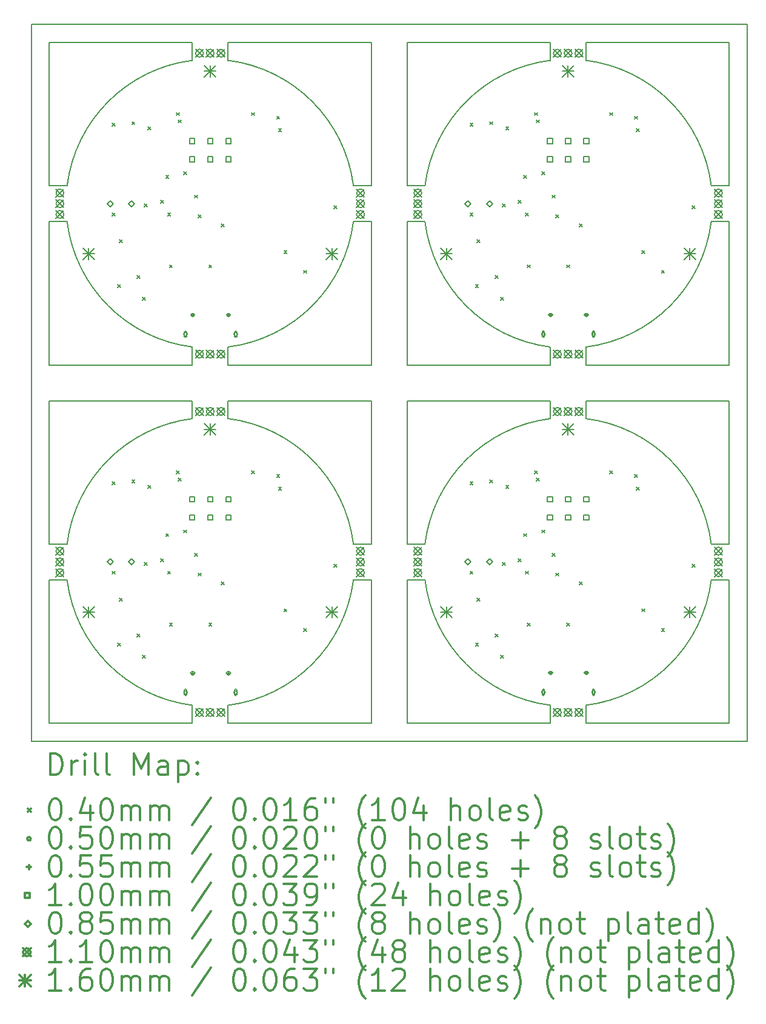
<source format=gbr>
%FSLAX45Y45*%
G04 Gerber Fmt 4.5, Leading zero omitted, Abs format (unit mm)*
G04 Created by KiCad (PCBNEW 4.0.7) date Sunday 01 April 2018 'à' 11:57:13*
%MOMM*%
%LPD*%
G01*
G04 APERTURE LIST*
%ADD10C,0.127000*%
%ADD11C,0.150000*%
%ADD12C,0.200000*%
%ADD13C,0.300000*%
G04 APERTURE END LIST*
D10*
D11*
X19750000Y-15500000D02*
X19750000Y-15750000D01*
X14750000Y-15500000D02*
X14750000Y-15750000D01*
X19750000Y-10500000D02*
X19750000Y-10750000D01*
X17500000Y-13750000D02*
X17250000Y-13750000D01*
X12500000Y-13750000D02*
X12250000Y-13750000D01*
X17500000Y-8750000D02*
X17250000Y-8750000D01*
X17500000Y-13750000D02*
G75*
G03X19250000Y-15500000I2000000J250000D01*
G01*
X12500000Y-13750000D02*
G75*
G03X14250000Y-15500000I2000000J250000D01*
G01*
X17500000Y-8750000D02*
G75*
G03X19250000Y-10500000I2000000J250000D01*
G01*
X19250000Y-15750000D02*
X17250000Y-15750000D01*
X14250000Y-15750000D02*
X12250000Y-15750000D01*
X19250000Y-10750000D02*
X17250000Y-10750000D01*
X19250000Y-15500000D02*
X19250000Y-15750000D01*
X14250000Y-15500000D02*
X14250000Y-15750000D01*
X19250000Y-10500000D02*
X19250000Y-10750000D01*
X17250000Y-15750000D02*
X17250000Y-13750000D01*
X12250000Y-15750000D02*
X12250000Y-13750000D01*
X17250000Y-10750000D02*
X17250000Y-8750000D01*
X19750000Y-11250000D02*
X19750000Y-11500000D01*
X14750000Y-11250000D02*
X14750000Y-11500000D01*
X19750000Y-6250000D02*
X19750000Y-6500000D01*
X21750000Y-13250000D02*
X21500000Y-13250000D01*
X16750000Y-13250000D02*
X16500000Y-13250000D01*
X21750000Y-8250000D02*
X21500000Y-8250000D01*
X21750000Y-13250000D02*
X21750000Y-11250000D01*
X16750000Y-13250000D02*
X16750000Y-11250000D01*
X21750000Y-8250000D02*
X21750000Y-6250000D01*
X21500000Y-13250000D02*
G75*
G03X19750000Y-11500000I-2000000J-250000D01*
G01*
X16500000Y-13250000D02*
G75*
G03X14750000Y-11500000I-2000000J-250000D01*
G01*
X21500000Y-8250000D02*
G75*
G03X19750000Y-6500000I-2000000J-250000D01*
G01*
X19750000Y-11250000D02*
X21750000Y-11250000D01*
X14750000Y-11250000D02*
X16750000Y-11250000D01*
X19750000Y-6250000D02*
X21750000Y-6250000D01*
X21750000Y-15750000D02*
X19750000Y-15750000D01*
X16750000Y-15750000D02*
X14750000Y-15750000D01*
X21750000Y-10750000D02*
X19750000Y-10750000D01*
X19750000Y-15500000D02*
G75*
G03X21500000Y-13750000I-250000J2000000D01*
G01*
X14750000Y-15500000D02*
G75*
G03X16500000Y-13750000I-250000J2000000D01*
G01*
X19750000Y-10500000D02*
G75*
G03X21500000Y-8750000I-250000J2000000D01*
G01*
X21750000Y-13750000D02*
X21750000Y-15750000D01*
X16750000Y-13750000D02*
X16750000Y-15750000D01*
X21750000Y-8750000D02*
X21750000Y-10750000D01*
X21500000Y-13750000D02*
X21750000Y-13750000D01*
X16500000Y-13750000D02*
X16750000Y-13750000D01*
X21500000Y-8750000D02*
X21750000Y-8750000D01*
X17250000Y-13250000D02*
X17250000Y-11250000D01*
X12250000Y-13250000D02*
X12250000Y-11250000D01*
X17250000Y-8250000D02*
X17250000Y-6250000D01*
X17250000Y-11250000D02*
X19250000Y-11250000D01*
X12250000Y-11250000D02*
X14250000Y-11250000D01*
X17250000Y-6250000D02*
X19250000Y-6250000D01*
X19250000Y-11250000D02*
X19250000Y-11500000D01*
X14250000Y-11250000D02*
X14250000Y-11500000D01*
X19250000Y-6250000D02*
X19250000Y-6500000D01*
X19250000Y-11500000D02*
G75*
G03X17500000Y-13250000I250000J-2000000D01*
G01*
X14250000Y-11500000D02*
G75*
G03X12500000Y-13250000I250000J-2000000D01*
G01*
X19250000Y-6500000D02*
G75*
G03X17500000Y-8250000I250000J-2000000D01*
G01*
X17500000Y-13250000D02*
X17250000Y-13250000D01*
X12500000Y-13250000D02*
X12250000Y-13250000D01*
X17500000Y-8250000D02*
X17250000Y-8250000D01*
X12500000Y-8750000D02*
G75*
G03X14250000Y-10500000I2000000J250000D01*
G01*
X16500000Y-8250000D02*
G75*
G03X14750000Y-6500000I-2000000J-250000D01*
G01*
X14750000Y-10500000D02*
G75*
G03X16500000Y-8750000I-250000J2000000D01*
G01*
X12250000Y-10750000D02*
X12250000Y-8750000D01*
X14750000Y-6250000D02*
X16750000Y-6250000D01*
X14750000Y-10500000D02*
X14750000Y-10750000D01*
X14250000Y-10500000D02*
X14250000Y-10750000D01*
X16500000Y-8750000D02*
X16750000Y-8750000D01*
X16750000Y-8750000D02*
X16750000Y-10750000D01*
X16750000Y-8250000D02*
X16750000Y-6250000D01*
X16750000Y-8250000D02*
X16500000Y-8250000D01*
X16750000Y-10750000D02*
X14750000Y-10750000D01*
X14250000Y-10750000D02*
X12250000Y-10750000D01*
X12250000Y-8250000D02*
X12250000Y-6250000D01*
X12250000Y-6250000D02*
X14250000Y-6250000D01*
X14250000Y-6500000D02*
G75*
G03X12500000Y-8250000I250000J-2000000D01*
G01*
X12500000Y-8750000D02*
X12250000Y-8750000D01*
X12500000Y-8250000D02*
X12250000Y-8250000D01*
X14250000Y-6250000D02*
X14250000Y-6500000D01*
X14750000Y-6250000D02*
X14750000Y-6500000D01*
X12000000Y-16000000D02*
X12000000Y-6000000D01*
X22000000Y-16000000D02*
X12000000Y-16000000D01*
X22000000Y-6000000D02*
X22000000Y-16000000D01*
X12000000Y-6000000D02*
X22000000Y-6000000D01*
D12*
X13130000Y-7380000D02*
X13170000Y-7420000D01*
X13170000Y-7380000D02*
X13130000Y-7420000D01*
X13130000Y-8630000D02*
X13170000Y-8670000D01*
X13170000Y-8630000D02*
X13130000Y-8670000D01*
X13130000Y-12380000D02*
X13170000Y-12420000D01*
X13170000Y-12380000D02*
X13130000Y-12420000D01*
X13130000Y-13630000D02*
X13170000Y-13670000D01*
X13170000Y-13630000D02*
X13130000Y-13670000D01*
X13205000Y-9630000D02*
X13245000Y-9670000D01*
X13245000Y-9630000D02*
X13205000Y-9670000D01*
X13205000Y-14630000D02*
X13245000Y-14670000D01*
X13245000Y-14630000D02*
X13205000Y-14670000D01*
X13230000Y-9005000D02*
X13270000Y-9045000D01*
X13270000Y-9005000D02*
X13230000Y-9045000D01*
X13230000Y-14005000D02*
X13270000Y-14045000D01*
X13270000Y-14005000D02*
X13230000Y-14045000D01*
X13405000Y-7355000D02*
X13445000Y-7395000D01*
X13445000Y-7355000D02*
X13405000Y-7395000D01*
X13405000Y-12355000D02*
X13445000Y-12395000D01*
X13445000Y-12355000D02*
X13405000Y-12395000D01*
X13480000Y-9505000D02*
X13520000Y-9545000D01*
X13520000Y-9505000D02*
X13480000Y-9545000D01*
X13480000Y-14505000D02*
X13520000Y-14545000D01*
X13520000Y-14505000D02*
X13480000Y-14545000D01*
X13555000Y-9805000D02*
X13595000Y-9845000D01*
X13595000Y-9805000D02*
X13555000Y-9845000D01*
X13555000Y-14805000D02*
X13595000Y-14845000D01*
X13595000Y-14805000D02*
X13555000Y-14845000D01*
X13580000Y-8505000D02*
X13620000Y-8545000D01*
X13620000Y-8505000D02*
X13580000Y-8545000D01*
X13580000Y-13505000D02*
X13620000Y-13545000D01*
X13620000Y-13505000D02*
X13580000Y-13545000D01*
X13630000Y-7430000D02*
X13670000Y-7470000D01*
X13670000Y-7430000D02*
X13630000Y-7470000D01*
X13630000Y-12430000D02*
X13670000Y-12470000D01*
X13670000Y-12430000D02*
X13630000Y-12470000D01*
X13805000Y-8455000D02*
X13845000Y-8495000D01*
X13845000Y-8455000D02*
X13805000Y-8495000D01*
X13805000Y-13455000D02*
X13845000Y-13495000D01*
X13845000Y-13455000D02*
X13805000Y-13495000D01*
X13880000Y-8105000D02*
X13920000Y-8145000D01*
X13920000Y-8105000D02*
X13880000Y-8145000D01*
X13880000Y-13105000D02*
X13920000Y-13145000D01*
X13920000Y-13105000D02*
X13880000Y-13145000D01*
X13905000Y-8630000D02*
X13945000Y-8670000D01*
X13945000Y-8630000D02*
X13905000Y-8670000D01*
X13905000Y-13630000D02*
X13945000Y-13670000D01*
X13945000Y-13630000D02*
X13905000Y-13670000D01*
X13930000Y-9355000D02*
X13970000Y-9395000D01*
X13970000Y-9355000D02*
X13930000Y-9395000D01*
X13930000Y-14355000D02*
X13970000Y-14395000D01*
X13970000Y-14355000D02*
X13930000Y-14395000D01*
X14030000Y-7230000D02*
X14070000Y-7270000D01*
X14070000Y-7230000D02*
X14030000Y-7270000D01*
X14030000Y-12230000D02*
X14070000Y-12270000D01*
X14070000Y-12230000D02*
X14030000Y-12270000D01*
X14055000Y-7330000D02*
X14095000Y-7370000D01*
X14095000Y-7330000D02*
X14055000Y-7370000D01*
X14055000Y-12330000D02*
X14095000Y-12370000D01*
X14095000Y-12330000D02*
X14055000Y-12370000D01*
X14130000Y-8055000D02*
X14170000Y-8095000D01*
X14170000Y-8055000D02*
X14130000Y-8095000D01*
X14130000Y-13055000D02*
X14170000Y-13095000D01*
X14170000Y-13055000D02*
X14130000Y-13095000D01*
X14280000Y-8380000D02*
X14320000Y-8420000D01*
X14320000Y-8380000D02*
X14280000Y-8420000D01*
X14280000Y-13380000D02*
X14320000Y-13420000D01*
X14320000Y-13380000D02*
X14280000Y-13420000D01*
X14330000Y-8655000D02*
X14370000Y-8695000D01*
X14370000Y-8655000D02*
X14330000Y-8695000D01*
X14330000Y-13655000D02*
X14370000Y-13695000D01*
X14370000Y-13655000D02*
X14330000Y-13695000D01*
X14480000Y-9355000D02*
X14520000Y-9395000D01*
X14520000Y-9355000D02*
X14480000Y-9395000D01*
X14480000Y-14355000D02*
X14520000Y-14395000D01*
X14520000Y-14355000D02*
X14480000Y-14395000D01*
X14655000Y-8780000D02*
X14695000Y-8820000D01*
X14695000Y-8780000D02*
X14655000Y-8820000D01*
X14655000Y-13780000D02*
X14695000Y-13820000D01*
X14695000Y-13780000D02*
X14655000Y-13820000D01*
X15080000Y-7230000D02*
X15120000Y-7270000D01*
X15120000Y-7230000D02*
X15080000Y-7270000D01*
X15080000Y-12230000D02*
X15120000Y-12270000D01*
X15120000Y-12230000D02*
X15080000Y-12270000D01*
X15430000Y-7280000D02*
X15470000Y-7320000D01*
X15470000Y-7280000D02*
X15430000Y-7320000D01*
X15430000Y-12280000D02*
X15470000Y-12320000D01*
X15470000Y-12280000D02*
X15430000Y-12320000D01*
X15455000Y-7455000D02*
X15495000Y-7495000D01*
X15495000Y-7455000D02*
X15455000Y-7495000D01*
X15455000Y-12455000D02*
X15495000Y-12495000D01*
X15495000Y-12455000D02*
X15455000Y-12495000D01*
X15530000Y-9155000D02*
X15570000Y-9195000D01*
X15570000Y-9155000D02*
X15530000Y-9195000D01*
X15530000Y-14155000D02*
X15570000Y-14195000D01*
X15570000Y-14155000D02*
X15530000Y-14195000D01*
X15805000Y-9430000D02*
X15845000Y-9470000D01*
X15845000Y-9430000D02*
X15805000Y-9470000D01*
X15805000Y-14430000D02*
X15845000Y-14470000D01*
X15845000Y-14430000D02*
X15805000Y-14470000D01*
X16230000Y-8530000D02*
X16270000Y-8570000D01*
X16270000Y-8530000D02*
X16230000Y-8570000D01*
X16230000Y-13530000D02*
X16270000Y-13570000D01*
X16270000Y-13530000D02*
X16230000Y-13570000D01*
X18130000Y-7380000D02*
X18170000Y-7420000D01*
X18170000Y-7380000D02*
X18130000Y-7420000D01*
X18130000Y-8630000D02*
X18170000Y-8670000D01*
X18170000Y-8630000D02*
X18130000Y-8670000D01*
X18130000Y-12380000D02*
X18170000Y-12420000D01*
X18170000Y-12380000D02*
X18130000Y-12420000D01*
X18130000Y-13630000D02*
X18170000Y-13670000D01*
X18170000Y-13630000D02*
X18130000Y-13670000D01*
X18205000Y-9630000D02*
X18245000Y-9670000D01*
X18245000Y-9630000D02*
X18205000Y-9670000D01*
X18205000Y-14630000D02*
X18245000Y-14670000D01*
X18245000Y-14630000D02*
X18205000Y-14670000D01*
X18230000Y-9005000D02*
X18270000Y-9045000D01*
X18270000Y-9005000D02*
X18230000Y-9045000D01*
X18230000Y-14005000D02*
X18270000Y-14045000D01*
X18270000Y-14005000D02*
X18230000Y-14045000D01*
X18405000Y-7355000D02*
X18445000Y-7395000D01*
X18445000Y-7355000D02*
X18405000Y-7395000D01*
X18405000Y-12355000D02*
X18445000Y-12395000D01*
X18445000Y-12355000D02*
X18405000Y-12395000D01*
X18480000Y-9505000D02*
X18520000Y-9545000D01*
X18520000Y-9505000D02*
X18480000Y-9545000D01*
X18480000Y-14505000D02*
X18520000Y-14545000D01*
X18520000Y-14505000D02*
X18480000Y-14545000D01*
X18555000Y-9805000D02*
X18595000Y-9845000D01*
X18595000Y-9805000D02*
X18555000Y-9845000D01*
X18555000Y-14805000D02*
X18595000Y-14845000D01*
X18595000Y-14805000D02*
X18555000Y-14845000D01*
X18580000Y-8505000D02*
X18620000Y-8545000D01*
X18620000Y-8505000D02*
X18580000Y-8545000D01*
X18580000Y-13505000D02*
X18620000Y-13545000D01*
X18620000Y-13505000D02*
X18580000Y-13545000D01*
X18630000Y-7430000D02*
X18670000Y-7470000D01*
X18670000Y-7430000D02*
X18630000Y-7470000D01*
X18630000Y-12430000D02*
X18670000Y-12470000D01*
X18670000Y-12430000D02*
X18630000Y-12470000D01*
X18805000Y-8455000D02*
X18845000Y-8495000D01*
X18845000Y-8455000D02*
X18805000Y-8495000D01*
X18805000Y-13455000D02*
X18845000Y-13495000D01*
X18845000Y-13455000D02*
X18805000Y-13495000D01*
X18880000Y-8105000D02*
X18920000Y-8145000D01*
X18920000Y-8105000D02*
X18880000Y-8145000D01*
X18880000Y-13105000D02*
X18920000Y-13145000D01*
X18920000Y-13105000D02*
X18880000Y-13145000D01*
X18905000Y-8630000D02*
X18945000Y-8670000D01*
X18945000Y-8630000D02*
X18905000Y-8670000D01*
X18905000Y-13630000D02*
X18945000Y-13670000D01*
X18945000Y-13630000D02*
X18905000Y-13670000D01*
X18930000Y-9355000D02*
X18970000Y-9395000D01*
X18970000Y-9355000D02*
X18930000Y-9395000D01*
X18930000Y-14355000D02*
X18970000Y-14395000D01*
X18970000Y-14355000D02*
X18930000Y-14395000D01*
X19030000Y-7230000D02*
X19070000Y-7270000D01*
X19070000Y-7230000D02*
X19030000Y-7270000D01*
X19030000Y-12230000D02*
X19070000Y-12270000D01*
X19070000Y-12230000D02*
X19030000Y-12270000D01*
X19055000Y-7330000D02*
X19095000Y-7370000D01*
X19095000Y-7330000D02*
X19055000Y-7370000D01*
X19055000Y-12330000D02*
X19095000Y-12370000D01*
X19095000Y-12330000D02*
X19055000Y-12370000D01*
X19130000Y-8055000D02*
X19170000Y-8095000D01*
X19170000Y-8055000D02*
X19130000Y-8095000D01*
X19130000Y-13055000D02*
X19170000Y-13095000D01*
X19170000Y-13055000D02*
X19130000Y-13095000D01*
X19280000Y-8380000D02*
X19320000Y-8420000D01*
X19320000Y-8380000D02*
X19280000Y-8420000D01*
X19280000Y-13380000D02*
X19320000Y-13420000D01*
X19320000Y-13380000D02*
X19280000Y-13420000D01*
X19330000Y-8655000D02*
X19370000Y-8695000D01*
X19370000Y-8655000D02*
X19330000Y-8695000D01*
X19330000Y-13655000D02*
X19370000Y-13695000D01*
X19370000Y-13655000D02*
X19330000Y-13695000D01*
X19480000Y-9355000D02*
X19520000Y-9395000D01*
X19520000Y-9355000D02*
X19480000Y-9395000D01*
X19480000Y-14355000D02*
X19520000Y-14395000D01*
X19520000Y-14355000D02*
X19480000Y-14395000D01*
X19655000Y-8780000D02*
X19695000Y-8820000D01*
X19695000Y-8780000D02*
X19655000Y-8820000D01*
X19655000Y-13780000D02*
X19695000Y-13820000D01*
X19695000Y-13780000D02*
X19655000Y-13820000D01*
X20080000Y-7230000D02*
X20120000Y-7270000D01*
X20120000Y-7230000D02*
X20080000Y-7270000D01*
X20080000Y-12230000D02*
X20120000Y-12270000D01*
X20120000Y-12230000D02*
X20080000Y-12270000D01*
X20430000Y-7280000D02*
X20470000Y-7320000D01*
X20470000Y-7280000D02*
X20430000Y-7320000D01*
X20430000Y-12280000D02*
X20470000Y-12320000D01*
X20470000Y-12280000D02*
X20430000Y-12320000D01*
X20455000Y-7455000D02*
X20495000Y-7495000D01*
X20495000Y-7455000D02*
X20455000Y-7495000D01*
X20455000Y-12455000D02*
X20495000Y-12495000D01*
X20495000Y-12455000D02*
X20455000Y-12495000D01*
X20530000Y-9155000D02*
X20570000Y-9195000D01*
X20570000Y-9155000D02*
X20530000Y-9195000D01*
X20530000Y-14155000D02*
X20570000Y-14195000D01*
X20570000Y-14155000D02*
X20530000Y-14195000D01*
X20805000Y-9430000D02*
X20845000Y-9470000D01*
X20845000Y-9430000D02*
X20805000Y-9470000D01*
X20805000Y-14430000D02*
X20845000Y-14470000D01*
X20845000Y-14430000D02*
X20805000Y-14470000D01*
X21230000Y-8530000D02*
X21270000Y-8570000D01*
X21270000Y-8530000D02*
X21230000Y-8570000D01*
X21230000Y-13530000D02*
X21270000Y-13570000D01*
X21270000Y-13530000D02*
X21230000Y-13570000D01*
X14179910Y-10321246D02*
G75*
G03X14179910Y-10321246I-25000J0D01*
G01*
X14169910Y-10353746D02*
X14169910Y-10288746D01*
X14139910Y-10353746D02*
X14139910Y-10288746D01*
X14169910Y-10288746D02*
G75*
G03X14139910Y-10288746I-15000J0D01*
G01*
X14139910Y-10353746D02*
G75*
G03X14169910Y-10353746I15000J0D01*
G01*
X14179910Y-15321246D02*
G75*
G03X14179910Y-15321246I-25000J0D01*
G01*
X14169910Y-15353746D02*
X14169910Y-15288746D01*
X14139910Y-15353746D02*
X14139910Y-15288746D01*
X14169910Y-15288746D02*
G75*
G03X14139910Y-15288746I-15000J0D01*
G01*
X14139910Y-15353746D02*
G75*
G03X14169910Y-15353746I15000J0D01*
G01*
X14879910Y-10321246D02*
G75*
G03X14879910Y-10321246I-25000J0D01*
G01*
X14869910Y-10353746D02*
X14869910Y-10288746D01*
X14839910Y-10353746D02*
X14839910Y-10288746D01*
X14869910Y-10288746D02*
G75*
G03X14839910Y-10288746I-15000J0D01*
G01*
X14839910Y-10353746D02*
G75*
G03X14869910Y-10353746I15000J0D01*
G01*
X14879910Y-15321246D02*
G75*
G03X14879910Y-15321246I-25000J0D01*
G01*
X14869910Y-15353746D02*
X14869910Y-15288746D01*
X14839910Y-15353746D02*
X14839910Y-15288746D01*
X14869910Y-15288746D02*
G75*
G03X14839910Y-15288746I-15000J0D01*
G01*
X14839910Y-15353746D02*
G75*
G03X14869910Y-15353746I15000J0D01*
G01*
X19179910Y-10321246D02*
G75*
G03X19179910Y-10321246I-25000J0D01*
G01*
X19169910Y-10353746D02*
X19169910Y-10288746D01*
X19139910Y-10353746D02*
X19139910Y-10288746D01*
X19169910Y-10288746D02*
G75*
G03X19139910Y-10288746I-15000J0D01*
G01*
X19139910Y-10353746D02*
G75*
G03X19169910Y-10353746I15000J0D01*
G01*
X19179910Y-15318746D02*
G75*
G03X19179910Y-15318746I-25000J0D01*
G01*
X19169910Y-15351246D02*
X19169910Y-15286246D01*
X19139910Y-15351246D02*
X19139910Y-15286246D01*
X19169910Y-15286246D02*
G75*
G03X19139910Y-15286246I-15000J0D01*
G01*
X19139910Y-15351246D02*
G75*
G03X19169910Y-15351246I15000J0D01*
G01*
X19879910Y-10321246D02*
G75*
G03X19879910Y-10321246I-25000J0D01*
G01*
X19869910Y-10353746D02*
X19869910Y-10288746D01*
X19839910Y-10353746D02*
X19839910Y-10288746D01*
X19869910Y-10288746D02*
G75*
G03X19839910Y-10288746I-15000J0D01*
G01*
X19839910Y-10353746D02*
G75*
G03X19869910Y-10353746I15000J0D01*
G01*
X19879910Y-15318746D02*
G75*
G03X19879910Y-15318746I-25000J0D01*
G01*
X19869910Y-15351246D02*
X19869910Y-15286246D01*
X19839910Y-15351246D02*
X19839910Y-15286246D01*
X19869910Y-15286246D02*
G75*
G03X19839910Y-15286246I-15000J0D01*
G01*
X19839910Y-15351246D02*
G75*
G03X19869910Y-15351246I15000J0D01*
G01*
X14254910Y-10023746D02*
X14254910Y-10078746D01*
X14227410Y-10051246D02*
X14282410Y-10051246D01*
X14239910Y-10068746D02*
X14269910Y-10068746D01*
X14239910Y-10033746D02*
X14269910Y-10033746D01*
X14269910Y-10068746D02*
G75*
G03X14269910Y-10033746I0J17500D01*
G01*
X14239910Y-10033746D02*
G75*
G03X14239910Y-10068746I0J-17500D01*
G01*
X14254910Y-15023746D02*
X14254910Y-15078746D01*
X14227410Y-15051246D02*
X14282410Y-15051246D01*
X14239910Y-15068746D02*
X14269910Y-15068746D01*
X14239910Y-15033746D02*
X14269910Y-15033746D01*
X14269910Y-15068746D02*
G75*
G03X14269910Y-15033746I0J17500D01*
G01*
X14239910Y-15033746D02*
G75*
G03X14239910Y-15068746I0J-17500D01*
G01*
X14754910Y-10023746D02*
X14754910Y-10078746D01*
X14727410Y-10051246D02*
X14782410Y-10051246D01*
X14739910Y-10068746D02*
X14769910Y-10068746D01*
X14739910Y-10033746D02*
X14769910Y-10033746D01*
X14769910Y-10068746D02*
G75*
G03X14769910Y-10033746I0J17500D01*
G01*
X14739910Y-10033746D02*
G75*
G03X14739910Y-10068746I0J-17500D01*
G01*
X14754910Y-15023746D02*
X14754910Y-15078746D01*
X14727410Y-15051246D02*
X14782410Y-15051246D01*
X14739910Y-15068746D02*
X14769910Y-15068746D01*
X14739910Y-15033746D02*
X14769910Y-15033746D01*
X14769910Y-15068746D02*
G75*
G03X14769910Y-15033746I0J17500D01*
G01*
X14739910Y-15033746D02*
G75*
G03X14739910Y-15068746I0J-17500D01*
G01*
X19254910Y-10023746D02*
X19254910Y-10078746D01*
X19227410Y-10051246D02*
X19282410Y-10051246D01*
X19239910Y-10068746D02*
X19269910Y-10068746D01*
X19239910Y-10033746D02*
X19269910Y-10033746D01*
X19269910Y-10068746D02*
G75*
G03X19269910Y-10033746I0J17500D01*
G01*
X19239910Y-10033746D02*
G75*
G03X19239910Y-10068746I0J-17500D01*
G01*
X19254910Y-15021246D02*
X19254910Y-15076246D01*
X19227410Y-15048746D02*
X19282410Y-15048746D01*
X19239910Y-15066246D02*
X19269910Y-15066246D01*
X19239910Y-15031246D02*
X19269910Y-15031246D01*
X19269910Y-15066246D02*
G75*
G03X19269910Y-15031246I0J17500D01*
G01*
X19239910Y-15031246D02*
G75*
G03X19239910Y-15066246I0J-17500D01*
G01*
X19754910Y-10023746D02*
X19754910Y-10078746D01*
X19727410Y-10051246D02*
X19782410Y-10051246D01*
X19739910Y-10068746D02*
X19769910Y-10068746D01*
X19739910Y-10033746D02*
X19769910Y-10033746D01*
X19769910Y-10068746D02*
G75*
G03X19769910Y-10033746I0J17500D01*
G01*
X19739910Y-10033746D02*
G75*
G03X19739910Y-10068746I0J-17500D01*
G01*
X19754910Y-15021246D02*
X19754910Y-15076246D01*
X19727410Y-15048746D02*
X19782410Y-15048746D01*
X19739910Y-15066246D02*
X19769910Y-15066246D01*
X19739910Y-15031246D02*
X19769910Y-15031246D01*
X19769910Y-15066246D02*
G75*
G03X19769910Y-15031246I0J17500D01*
G01*
X19739910Y-15031246D02*
G75*
G03X19739910Y-15066246I0J-17500D01*
G01*
X14281356Y-7660356D02*
X14281356Y-7589644D01*
X14210644Y-7589644D01*
X14210644Y-7660356D01*
X14281356Y-7660356D01*
X14281356Y-7914356D02*
X14281356Y-7843644D01*
X14210644Y-7843644D01*
X14210644Y-7914356D01*
X14281356Y-7914356D01*
X14281356Y-12660356D02*
X14281356Y-12589644D01*
X14210644Y-12589644D01*
X14210644Y-12660356D01*
X14281356Y-12660356D01*
X14281356Y-12914356D02*
X14281356Y-12843644D01*
X14210644Y-12843644D01*
X14210644Y-12914356D01*
X14281356Y-12914356D01*
X14535356Y-7660356D02*
X14535356Y-7589644D01*
X14464644Y-7589644D01*
X14464644Y-7660356D01*
X14535356Y-7660356D01*
X14535356Y-7914356D02*
X14535356Y-7843644D01*
X14464644Y-7843644D01*
X14464644Y-7914356D01*
X14535356Y-7914356D01*
X14535356Y-12660356D02*
X14535356Y-12589644D01*
X14464644Y-12589644D01*
X14464644Y-12660356D01*
X14535356Y-12660356D01*
X14535356Y-12914356D02*
X14535356Y-12843644D01*
X14464644Y-12843644D01*
X14464644Y-12914356D01*
X14535356Y-12914356D01*
X14789356Y-7660356D02*
X14789356Y-7589644D01*
X14718644Y-7589644D01*
X14718644Y-7660356D01*
X14789356Y-7660356D01*
X14789356Y-7914356D02*
X14789356Y-7843644D01*
X14718644Y-7843644D01*
X14718644Y-7914356D01*
X14789356Y-7914356D01*
X14789356Y-12660356D02*
X14789356Y-12589644D01*
X14718644Y-12589644D01*
X14718644Y-12660356D01*
X14789356Y-12660356D01*
X14789356Y-12914356D02*
X14789356Y-12843644D01*
X14718644Y-12843644D01*
X14718644Y-12914356D01*
X14789356Y-12914356D01*
X19281356Y-7660356D02*
X19281356Y-7589644D01*
X19210644Y-7589644D01*
X19210644Y-7660356D01*
X19281356Y-7660356D01*
X19281356Y-7914356D02*
X19281356Y-7843644D01*
X19210644Y-7843644D01*
X19210644Y-7914356D01*
X19281356Y-7914356D01*
X19281356Y-12660356D02*
X19281356Y-12589644D01*
X19210644Y-12589644D01*
X19210644Y-12660356D01*
X19281356Y-12660356D01*
X19281356Y-12914356D02*
X19281356Y-12843644D01*
X19210644Y-12843644D01*
X19210644Y-12914356D01*
X19281356Y-12914356D01*
X19535356Y-7660356D02*
X19535356Y-7589644D01*
X19464644Y-7589644D01*
X19464644Y-7660356D01*
X19535356Y-7660356D01*
X19535356Y-7914356D02*
X19535356Y-7843644D01*
X19464644Y-7843644D01*
X19464644Y-7914356D01*
X19535356Y-7914356D01*
X19535356Y-12660356D02*
X19535356Y-12589644D01*
X19464644Y-12589644D01*
X19464644Y-12660356D01*
X19535356Y-12660356D01*
X19535356Y-12914356D02*
X19535356Y-12843644D01*
X19464644Y-12843644D01*
X19464644Y-12914356D01*
X19535356Y-12914356D01*
X19789356Y-7660356D02*
X19789356Y-7589644D01*
X19718644Y-7589644D01*
X19718644Y-7660356D01*
X19789356Y-7660356D01*
X19789356Y-7914356D02*
X19789356Y-7843644D01*
X19718644Y-7843644D01*
X19718644Y-7914356D01*
X19789356Y-7914356D01*
X19789356Y-12660356D02*
X19789356Y-12589644D01*
X19718644Y-12589644D01*
X19718644Y-12660356D01*
X19789356Y-12660356D01*
X19789356Y-12914356D02*
X19789356Y-12843644D01*
X19718644Y-12843644D01*
X19718644Y-12914356D01*
X19789356Y-12914356D01*
X13100000Y-8542500D02*
X13142500Y-8500000D01*
X13100000Y-8457500D01*
X13057500Y-8500000D01*
X13100000Y-8542500D01*
X13100000Y-13542500D02*
X13142500Y-13500000D01*
X13100000Y-13457500D01*
X13057500Y-13500000D01*
X13100000Y-13542500D01*
X13400000Y-8542500D02*
X13442500Y-8500000D01*
X13400000Y-8457500D01*
X13357500Y-8500000D01*
X13400000Y-8542500D01*
X13400000Y-13542500D02*
X13442500Y-13500000D01*
X13400000Y-13457500D01*
X13357500Y-13500000D01*
X13400000Y-13542500D01*
X18100000Y-8542500D02*
X18142500Y-8500000D01*
X18100000Y-8457500D01*
X18057500Y-8500000D01*
X18100000Y-8542500D01*
X18100000Y-13542500D02*
X18142500Y-13500000D01*
X18100000Y-13457500D01*
X18057500Y-13500000D01*
X18100000Y-13542500D01*
X18400000Y-8542500D02*
X18442500Y-8500000D01*
X18400000Y-8457500D01*
X18357500Y-8500000D01*
X18400000Y-8542500D01*
X18400000Y-13542500D02*
X18442500Y-13500000D01*
X18400000Y-13457500D01*
X18357500Y-13500000D01*
X18400000Y-13542500D01*
X12345000Y-8295000D02*
X12455000Y-8405000D01*
X12455000Y-8295000D02*
X12345000Y-8405000D01*
X12455000Y-8350000D02*
G75*
G03X12455000Y-8350000I-55000J0D01*
G01*
X12345000Y-8445000D02*
X12455000Y-8555000D01*
X12455000Y-8445000D02*
X12345000Y-8555000D01*
X12455000Y-8500000D02*
G75*
G03X12455000Y-8500000I-55000J0D01*
G01*
X12345000Y-8595000D02*
X12455000Y-8705000D01*
X12455000Y-8595000D02*
X12345000Y-8705000D01*
X12455000Y-8650000D02*
G75*
G03X12455000Y-8650000I-55000J0D01*
G01*
X12345000Y-13295000D02*
X12455000Y-13405000D01*
X12455000Y-13295000D02*
X12345000Y-13405000D01*
X12455000Y-13350000D02*
G75*
G03X12455000Y-13350000I-55000J0D01*
G01*
X12345000Y-13445000D02*
X12455000Y-13555000D01*
X12455000Y-13445000D02*
X12345000Y-13555000D01*
X12455000Y-13500000D02*
G75*
G03X12455000Y-13500000I-55000J0D01*
G01*
X12345000Y-13595000D02*
X12455000Y-13705000D01*
X12455000Y-13595000D02*
X12345000Y-13705000D01*
X12455000Y-13650000D02*
G75*
G03X12455000Y-13650000I-55000J0D01*
G01*
X14295000Y-6345000D02*
X14405000Y-6455000D01*
X14405000Y-6345000D02*
X14295000Y-6455000D01*
X14405000Y-6400000D02*
G75*
G03X14405000Y-6400000I-55000J0D01*
G01*
X14295000Y-10545000D02*
X14405000Y-10655000D01*
X14405000Y-10545000D02*
X14295000Y-10655000D01*
X14405000Y-10600000D02*
G75*
G03X14405000Y-10600000I-55000J0D01*
G01*
X14295000Y-11345000D02*
X14405000Y-11455000D01*
X14405000Y-11345000D02*
X14295000Y-11455000D01*
X14405000Y-11400000D02*
G75*
G03X14405000Y-11400000I-55000J0D01*
G01*
X14295000Y-15545000D02*
X14405000Y-15655000D01*
X14405000Y-15545000D02*
X14295000Y-15655000D01*
X14405000Y-15600000D02*
G75*
G03X14405000Y-15600000I-55000J0D01*
G01*
X14445000Y-6345000D02*
X14555000Y-6455000D01*
X14555000Y-6345000D02*
X14445000Y-6455000D01*
X14555000Y-6400000D02*
G75*
G03X14555000Y-6400000I-55000J0D01*
G01*
X14445000Y-10545000D02*
X14555000Y-10655000D01*
X14555000Y-10545000D02*
X14445000Y-10655000D01*
X14555000Y-10600000D02*
G75*
G03X14555000Y-10600000I-55000J0D01*
G01*
X14445000Y-11345000D02*
X14555000Y-11455000D01*
X14555000Y-11345000D02*
X14445000Y-11455000D01*
X14555000Y-11400000D02*
G75*
G03X14555000Y-11400000I-55000J0D01*
G01*
X14445000Y-15545000D02*
X14555000Y-15655000D01*
X14555000Y-15545000D02*
X14445000Y-15655000D01*
X14555000Y-15600000D02*
G75*
G03X14555000Y-15600000I-55000J0D01*
G01*
X14595000Y-6345000D02*
X14705000Y-6455000D01*
X14705000Y-6345000D02*
X14595000Y-6455000D01*
X14705000Y-6400000D02*
G75*
G03X14705000Y-6400000I-55000J0D01*
G01*
X14595000Y-10545000D02*
X14705000Y-10655000D01*
X14705000Y-10545000D02*
X14595000Y-10655000D01*
X14705000Y-10600000D02*
G75*
G03X14705000Y-10600000I-55000J0D01*
G01*
X14595000Y-11345000D02*
X14705000Y-11455000D01*
X14705000Y-11345000D02*
X14595000Y-11455000D01*
X14705000Y-11400000D02*
G75*
G03X14705000Y-11400000I-55000J0D01*
G01*
X14595000Y-15545000D02*
X14705000Y-15655000D01*
X14705000Y-15545000D02*
X14595000Y-15655000D01*
X14705000Y-15600000D02*
G75*
G03X14705000Y-15600000I-55000J0D01*
G01*
X16545000Y-8295000D02*
X16655000Y-8405000D01*
X16655000Y-8295000D02*
X16545000Y-8405000D01*
X16655000Y-8350000D02*
G75*
G03X16655000Y-8350000I-55000J0D01*
G01*
X16545000Y-8445000D02*
X16655000Y-8555000D01*
X16655000Y-8445000D02*
X16545000Y-8555000D01*
X16655000Y-8500000D02*
G75*
G03X16655000Y-8500000I-55000J0D01*
G01*
X16545000Y-8595000D02*
X16655000Y-8705000D01*
X16655000Y-8595000D02*
X16545000Y-8705000D01*
X16655000Y-8650000D02*
G75*
G03X16655000Y-8650000I-55000J0D01*
G01*
X16545000Y-13295000D02*
X16655000Y-13405000D01*
X16655000Y-13295000D02*
X16545000Y-13405000D01*
X16655000Y-13350000D02*
G75*
G03X16655000Y-13350000I-55000J0D01*
G01*
X16545000Y-13445000D02*
X16655000Y-13555000D01*
X16655000Y-13445000D02*
X16545000Y-13555000D01*
X16655000Y-13500000D02*
G75*
G03X16655000Y-13500000I-55000J0D01*
G01*
X16545000Y-13595000D02*
X16655000Y-13705000D01*
X16655000Y-13595000D02*
X16545000Y-13705000D01*
X16655000Y-13650000D02*
G75*
G03X16655000Y-13650000I-55000J0D01*
G01*
X17345000Y-8295000D02*
X17455000Y-8405000D01*
X17455000Y-8295000D02*
X17345000Y-8405000D01*
X17455000Y-8350000D02*
G75*
G03X17455000Y-8350000I-55000J0D01*
G01*
X17345000Y-8445000D02*
X17455000Y-8555000D01*
X17455000Y-8445000D02*
X17345000Y-8555000D01*
X17455000Y-8500000D02*
G75*
G03X17455000Y-8500000I-55000J0D01*
G01*
X17345000Y-8595000D02*
X17455000Y-8705000D01*
X17455000Y-8595000D02*
X17345000Y-8705000D01*
X17455000Y-8650000D02*
G75*
G03X17455000Y-8650000I-55000J0D01*
G01*
X17345000Y-13295000D02*
X17455000Y-13405000D01*
X17455000Y-13295000D02*
X17345000Y-13405000D01*
X17455000Y-13350000D02*
G75*
G03X17455000Y-13350000I-55000J0D01*
G01*
X17345000Y-13445000D02*
X17455000Y-13555000D01*
X17455000Y-13445000D02*
X17345000Y-13555000D01*
X17455000Y-13500000D02*
G75*
G03X17455000Y-13500000I-55000J0D01*
G01*
X17345000Y-13595000D02*
X17455000Y-13705000D01*
X17455000Y-13595000D02*
X17345000Y-13705000D01*
X17455000Y-13650000D02*
G75*
G03X17455000Y-13650000I-55000J0D01*
G01*
X19295000Y-6345000D02*
X19405000Y-6455000D01*
X19405000Y-6345000D02*
X19295000Y-6455000D01*
X19405000Y-6400000D02*
G75*
G03X19405000Y-6400000I-55000J0D01*
G01*
X19295000Y-10545000D02*
X19405000Y-10655000D01*
X19405000Y-10545000D02*
X19295000Y-10655000D01*
X19405000Y-10600000D02*
G75*
G03X19405000Y-10600000I-55000J0D01*
G01*
X19295000Y-11345000D02*
X19405000Y-11455000D01*
X19405000Y-11345000D02*
X19295000Y-11455000D01*
X19405000Y-11400000D02*
G75*
G03X19405000Y-11400000I-55000J0D01*
G01*
X19295000Y-15545000D02*
X19405000Y-15655000D01*
X19405000Y-15545000D02*
X19295000Y-15655000D01*
X19405000Y-15600000D02*
G75*
G03X19405000Y-15600000I-55000J0D01*
G01*
X19445000Y-6345000D02*
X19555000Y-6455000D01*
X19555000Y-6345000D02*
X19445000Y-6455000D01*
X19555000Y-6400000D02*
G75*
G03X19555000Y-6400000I-55000J0D01*
G01*
X19445000Y-10545000D02*
X19555000Y-10655000D01*
X19555000Y-10545000D02*
X19445000Y-10655000D01*
X19555000Y-10600000D02*
G75*
G03X19555000Y-10600000I-55000J0D01*
G01*
X19445000Y-11345000D02*
X19555000Y-11455000D01*
X19555000Y-11345000D02*
X19445000Y-11455000D01*
X19555000Y-11400000D02*
G75*
G03X19555000Y-11400000I-55000J0D01*
G01*
X19445000Y-15545000D02*
X19555000Y-15655000D01*
X19555000Y-15545000D02*
X19445000Y-15655000D01*
X19555000Y-15600000D02*
G75*
G03X19555000Y-15600000I-55000J0D01*
G01*
X19595000Y-6345000D02*
X19705000Y-6455000D01*
X19705000Y-6345000D02*
X19595000Y-6455000D01*
X19705000Y-6400000D02*
G75*
G03X19705000Y-6400000I-55000J0D01*
G01*
X19595000Y-10545000D02*
X19705000Y-10655000D01*
X19705000Y-10545000D02*
X19595000Y-10655000D01*
X19705000Y-10600000D02*
G75*
G03X19705000Y-10600000I-55000J0D01*
G01*
X19595000Y-11345000D02*
X19705000Y-11455000D01*
X19705000Y-11345000D02*
X19595000Y-11455000D01*
X19705000Y-11400000D02*
G75*
G03X19705000Y-11400000I-55000J0D01*
G01*
X19595000Y-15545000D02*
X19705000Y-15655000D01*
X19705000Y-15545000D02*
X19595000Y-15655000D01*
X19705000Y-15600000D02*
G75*
G03X19705000Y-15600000I-55000J0D01*
G01*
X21545000Y-8295000D02*
X21655000Y-8405000D01*
X21655000Y-8295000D02*
X21545000Y-8405000D01*
X21655000Y-8350000D02*
G75*
G03X21655000Y-8350000I-55000J0D01*
G01*
X21545000Y-8445000D02*
X21655000Y-8555000D01*
X21655000Y-8445000D02*
X21545000Y-8555000D01*
X21655000Y-8500000D02*
G75*
G03X21655000Y-8500000I-55000J0D01*
G01*
X21545000Y-8595000D02*
X21655000Y-8705000D01*
X21655000Y-8595000D02*
X21545000Y-8705000D01*
X21655000Y-8650000D02*
G75*
G03X21655000Y-8650000I-55000J0D01*
G01*
X21545000Y-13295000D02*
X21655000Y-13405000D01*
X21655000Y-13295000D02*
X21545000Y-13405000D01*
X21655000Y-13350000D02*
G75*
G03X21655000Y-13350000I-55000J0D01*
G01*
X21545000Y-13445000D02*
X21655000Y-13555000D01*
X21655000Y-13445000D02*
X21545000Y-13555000D01*
X21655000Y-13500000D02*
G75*
G03X21655000Y-13500000I-55000J0D01*
G01*
X21545000Y-13595000D02*
X21655000Y-13705000D01*
X21655000Y-13595000D02*
X21545000Y-13705000D01*
X21655000Y-13650000D02*
G75*
G03X21655000Y-13650000I-55000J0D01*
G01*
X12720000Y-9120000D02*
X12880000Y-9280000D01*
X12880000Y-9120000D02*
X12720000Y-9280000D01*
X12800000Y-9120000D02*
X12800000Y-9280000D01*
X12720000Y-9200000D02*
X12880000Y-9200000D01*
X12720000Y-14120000D02*
X12880000Y-14280000D01*
X12880000Y-14120000D02*
X12720000Y-14280000D01*
X12800000Y-14120000D02*
X12800000Y-14280000D01*
X12720000Y-14200000D02*
X12880000Y-14200000D01*
X14420000Y-6570000D02*
X14580000Y-6730000D01*
X14580000Y-6570000D02*
X14420000Y-6730000D01*
X14500000Y-6570000D02*
X14500000Y-6730000D01*
X14420000Y-6650000D02*
X14580000Y-6650000D01*
X14420000Y-11570000D02*
X14580000Y-11730000D01*
X14580000Y-11570000D02*
X14420000Y-11730000D01*
X14500000Y-11570000D02*
X14500000Y-11730000D01*
X14420000Y-11650000D02*
X14580000Y-11650000D01*
X16120000Y-9120000D02*
X16280000Y-9280000D01*
X16280000Y-9120000D02*
X16120000Y-9280000D01*
X16200000Y-9120000D02*
X16200000Y-9280000D01*
X16120000Y-9200000D02*
X16280000Y-9200000D01*
X16120000Y-14120000D02*
X16280000Y-14280000D01*
X16280000Y-14120000D02*
X16120000Y-14280000D01*
X16200000Y-14120000D02*
X16200000Y-14280000D01*
X16120000Y-14200000D02*
X16280000Y-14200000D01*
X17720000Y-9120000D02*
X17880000Y-9280000D01*
X17880000Y-9120000D02*
X17720000Y-9280000D01*
X17800000Y-9120000D02*
X17800000Y-9280000D01*
X17720000Y-9200000D02*
X17880000Y-9200000D01*
X17720000Y-14120000D02*
X17880000Y-14280000D01*
X17880000Y-14120000D02*
X17720000Y-14280000D01*
X17800000Y-14120000D02*
X17800000Y-14280000D01*
X17720000Y-14200000D02*
X17880000Y-14200000D01*
X19420000Y-6570000D02*
X19580000Y-6730000D01*
X19580000Y-6570000D02*
X19420000Y-6730000D01*
X19500000Y-6570000D02*
X19500000Y-6730000D01*
X19420000Y-6650000D02*
X19580000Y-6650000D01*
X19420000Y-11570000D02*
X19580000Y-11730000D01*
X19580000Y-11570000D02*
X19420000Y-11730000D01*
X19500000Y-11570000D02*
X19500000Y-11730000D01*
X19420000Y-11650000D02*
X19580000Y-11650000D01*
X21120000Y-9120000D02*
X21280000Y-9280000D01*
X21280000Y-9120000D02*
X21120000Y-9280000D01*
X21200000Y-9120000D02*
X21200000Y-9280000D01*
X21120000Y-9200000D02*
X21280000Y-9200000D01*
X21120000Y-14120000D02*
X21280000Y-14280000D01*
X21280000Y-14120000D02*
X21120000Y-14280000D01*
X21200000Y-14120000D02*
X21200000Y-14280000D01*
X21120000Y-14200000D02*
X21280000Y-14200000D01*
D13*
X12263928Y-16473214D02*
X12263928Y-16173214D01*
X12335357Y-16173214D01*
X12378214Y-16187500D01*
X12406786Y-16216071D01*
X12421071Y-16244643D01*
X12435357Y-16301786D01*
X12435357Y-16344643D01*
X12421071Y-16401786D01*
X12406786Y-16430357D01*
X12378214Y-16458929D01*
X12335357Y-16473214D01*
X12263928Y-16473214D01*
X12563928Y-16473214D02*
X12563928Y-16273214D01*
X12563928Y-16330357D02*
X12578214Y-16301786D01*
X12592500Y-16287500D01*
X12621071Y-16273214D01*
X12649643Y-16273214D01*
X12749643Y-16473214D02*
X12749643Y-16273214D01*
X12749643Y-16173214D02*
X12735357Y-16187500D01*
X12749643Y-16201786D01*
X12763928Y-16187500D01*
X12749643Y-16173214D01*
X12749643Y-16201786D01*
X12935357Y-16473214D02*
X12906786Y-16458929D01*
X12892500Y-16430357D01*
X12892500Y-16173214D01*
X13092500Y-16473214D02*
X13063928Y-16458929D01*
X13049643Y-16430357D01*
X13049643Y-16173214D01*
X13435357Y-16473214D02*
X13435357Y-16173214D01*
X13535357Y-16387500D01*
X13635357Y-16173214D01*
X13635357Y-16473214D01*
X13906786Y-16473214D02*
X13906786Y-16316071D01*
X13892500Y-16287500D01*
X13863928Y-16273214D01*
X13806786Y-16273214D01*
X13778214Y-16287500D01*
X13906786Y-16458929D02*
X13878214Y-16473214D01*
X13806786Y-16473214D01*
X13778214Y-16458929D01*
X13763928Y-16430357D01*
X13763928Y-16401786D01*
X13778214Y-16373214D01*
X13806786Y-16358929D01*
X13878214Y-16358929D01*
X13906786Y-16344643D01*
X14049643Y-16273214D02*
X14049643Y-16573214D01*
X14049643Y-16287500D02*
X14078214Y-16273214D01*
X14135357Y-16273214D01*
X14163928Y-16287500D01*
X14178214Y-16301786D01*
X14192500Y-16330357D01*
X14192500Y-16416071D01*
X14178214Y-16444643D01*
X14163928Y-16458929D01*
X14135357Y-16473214D01*
X14078214Y-16473214D01*
X14049643Y-16458929D01*
X14321071Y-16444643D02*
X14335357Y-16458929D01*
X14321071Y-16473214D01*
X14306786Y-16458929D01*
X14321071Y-16444643D01*
X14321071Y-16473214D01*
X14321071Y-16287500D02*
X14335357Y-16301786D01*
X14321071Y-16316071D01*
X14306786Y-16301786D01*
X14321071Y-16287500D01*
X14321071Y-16316071D01*
X11952500Y-16947500D02*
X11992500Y-16987500D01*
X11992500Y-16947500D02*
X11952500Y-16987500D01*
X12321071Y-16803214D02*
X12349643Y-16803214D01*
X12378214Y-16817500D01*
X12392500Y-16831786D01*
X12406786Y-16860357D01*
X12421071Y-16917500D01*
X12421071Y-16988929D01*
X12406786Y-17046072D01*
X12392500Y-17074643D01*
X12378214Y-17088929D01*
X12349643Y-17103214D01*
X12321071Y-17103214D01*
X12292500Y-17088929D01*
X12278214Y-17074643D01*
X12263928Y-17046072D01*
X12249643Y-16988929D01*
X12249643Y-16917500D01*
X12263928Y-16860357D01*
X12278214Y-16831786D01*
X12292500Y-16817500D01*
X12321071Y-16803214D01*
X12549643Y-17074643D02*
X12563928Y-17088929D01*
X12549643Y-17103214D01*
X12535357Y-17088929D01*
X12549643Y-17074643D01*
X12549643Y-17103214D01*
X12821071Y-16903214D02*
X12821071Y-17103214D01*
X12749643Y-16788929D02*
X12678214Y-17003214D01*
X12863928Y-17003214D01*
X13035357Y-16803214D02*
X13063928Y-16803214D01*
X13092500Y-16817500D01*
X13106786Y-16831786D01*
X13121071Y-16860357D01*
X13135357Y-16917500D01*
X13135357Y-16988929D01*
X13121071Y-17046072D01*
X13106786Y-17074643D01*
X13092500Y-17088929D01*
X13063928Y-17103214D01*
X13035357Y-17103214D01*
X13006786Y-17088929D01*
X12992500Y-17074643D01*
X12978214Y-17046072D01*
X12963928Y-16988929D01*
X12963928Y-16917500D01*
X12978214Y-16860357D01*
X12992500Y-16831786D01*
X13006786Y-16817500D01*
X13035357Y-16803214D01*
X13263928Y-17103214D02*
X13263928Y-16903214D01*
X13263928Y-16931786D02*
X13278214Y-16917500D01*
X13306786Y-16903214D01*
X13349643Y-16903214D01*
X13378214Y-16917500D01*
X13392500Y-16946072D01*
X13392500Y-17103214D01*
X13392500Y-16946072D02*
X13406786Y-16917500D01*
X13435357Y-16903214D01*
X13478214Y-16903214D01*
X13506786Y-16917500D01*
X13521071Y-16946072D01*
X13521071Y-17103214D01*
X13663928Y-17103214D02*
X13663928Y-16903214D01*
X13663928Y-16931786D02*
X13678214Y-16917500D01*
X13706786Y-16903214D01*
X13749643Y-16903214D01*
X13778214Y-16917500D01*
X13792500Y-16946072D01*
X13792500Y-17103214D01*
X13792500Y-16946072D02*
X13806786Y-16917500D01*
X13835357Y-16903214D01*
X13878214Y-16903214D01*
X13906786Y-16917500D01*
X13921071Y-16946072D01*
X13921071Y-17103214D01*
X14506786Y-16788929D02*
X14249643Y-17174643D01*
X14892500Y-16803214D02*
X14921071Y-16803214D01*
X14949643Y-16817500D01*
X14963928Y-16831786D01*
X14978214Y-16860357D01*
X14992500Y-16917500D01*
X14992500Y-16988929D01*
X14978214Y-17046072D01*
X14963928Y-17074643D01*
X14949643Y-17088929D01*
X14921071Y-17103214D01*
X14892500Y-17103214D01*
X14863928Y-17088929D01*
X14849643Y-17074643D01*
X14835357Y-17046072D01*
X14821071Y-16988929D01*
X14821071Y-16917500D01*
X14835357Y-16860357D01*
X14849643Y-16831786D01*
X14863928Y-16817500D01*
X14892500Y-16803214D01*
X15121071Y-17074643D02*
X15135357Y-17088929D01*
X15121071Y-17103214D01*
X15106786Y-17088929D01*
X15121071Y-17074643D01*
X15121071Y-17103214D01*
X15321071Y-16803214D02*
X15349643Y-16803214D01*
X15378214Y-16817500D01*
X15392500Y-16831786D01*
X15406785Y-16860357D01*
X15421071Y-16917500D01*
X15421071Y-16988929D01*
X15406785Y-17046072D01*
X15392500Y-17074643D01*
X15378214Y-17088929D01*
X15349643Y-17103214D01*
X15321071Y-17103214D01*
X15292500Y-17088929D01*
X15278214Y-17074643D01*
X15263928Y-17046072D01*
X15249643Y-16988929D01*
X15249643Y-16917500D01*
X15263928Y-16860357D01*
X15278214Y-16831786D01*
X15292500Y-16817500D01*
X15321071Y-16803214D01*
X15706785Y-17103214D02*
X15535357Y-17103214D01*
X15621071Y-17103214D02*
X15621071Y-16803214D01*
X15592500Y-16846072D01*
X15563928Y-16874643D01*
X15535357Y-16888929D01*
X15963928Y-16803214D02*
X15906785Y-16803214D01*
X15878214Y-16817500D01*
X15863928Y-16831786D01*
X15835357Y-16874643D01*
X15821071Y-16931786D01*
X15821071Y-17046072D01*
X15835357Y-17074643D01*
X15849643Y-17088929D01*
X15878214Y-17103214D01*
X15935357Y-17103214D01*
X15963928Y-17088929D01*
X15978214Y-17074643D01*
X15992500Y-17046072D01*
X15992500Y-16974643D01*
X15978214Y-16946072D01*
X15963928Y-16931786D01*
X15935357Y-16917500D01*
X15878214Y-16917500D01*
X15849643Y-16931786D01*
X15835357Y-16946072D01*
X15821071Y-16974643D01*
X16106786Y-16803214D02*
X16106786Y-16860357D01*
X16221071Y-16803214D02*
X16221071Y-16860357D01*
X16663928Y-17217500D02*
X16649643Y-17203214D01*
X16621071Y-17160357D01*
X16606785Y-17131786D01*
X16592500Y-17088929D01*
X16578214Y-17017500D01*
X16578214Y-16960357D01*
X16592500Y-16888929D01*
X16606785Y-16846072D01*
X16621071Y-16817500D01*
X16649643Y-16774643D01*
X16663928Y-16760357D01*
X16935357Y-17103214D02*
X16763928Y-17103214D01*
X16849643Y-17103214D02*
X16849643Y-16803214D01*
X16821071Y-16846072D01*
X16792500Y-16874643D01*
X16763928Y-16888929D01*
X17121071Y-16803214D02*
X17149643Y-16803214D01*
X17178214Y-16817500D01*
X17192500Y-16831786D01*
X17206786Y-16860357D01*
X17221071Y-16917500D01*
X17221071Y-16988929D01*
X17206786Y-17046072D01*
X17192500Y-17074643D01*
X17178214Y-17088929D01*
X17149643Y-17103214D01*
X17121071Y-17103214D01*
X17092500Y-17088929D01*
X17078214Y-17074643D01*
X17063928Y-17046072D01*
X17049643Y-16988929D01*
X17049643Y-16917500D01*
X17063928Y-16860357D01*
X17078214Y-16831786D01*
X17092500Y-16817500D01*
X17121071Y-16803214D01*
X17478214Y-16903214D02*
X17478214Y-17103214D01*
X17406786Y-16788929D02*
X17335357Y-17003214D01*
X17521071Y-17003214D01*
X17863928Y-17103214D02*
X17863928Y-16803214D01*
X17992500Y-17103214D02*
X17992500Y-16946072D01*
X17978214Y-16917500D01*
X17949643Y-16903214D01*
X17906786Y-16903214D01*
X17878214Y-16917500D01*
X17863928Y-16931786D01*
X18178214Y-17103214D02*
X18149643Y-17088929D01*
X18135357Y-17074643D01*
X18121071Y-17046072D01*
X18121071Y-16960357D01*
X18135357Y-16931786D01*
X18149643Y-16917500D01*
X18178214Y-16903214D01*
X18221071Y-16903214D01*
X18249643Y-16917500D01*
X18263928Y-16931786D01*
X18278214Y-16960357D01*
X18278214Y-17046072D01*
X18263928Y-17074643D01*
X18249643Y-17088929D01*
X18221071Y-17103214D01*
X18178214Y-17103214D01*
X18449643Y-17103214D02*
X18421071Y-17088929D01*
X18406786Y-17060357D01*
X18406786Y-16803214D01*
X18678214Y-17088929D02*
X18649643Y-17103214D01*
X18592500Y-17103214D01*
X18563929Y-17088929D01*
X18549643Y-17060357D01*
X18549643Y-16946072D01*
X18563929Y-16917500D01*
X18592500Y-16903214D01*
X18649643Y-16903214D01*
X18678214Y-16917500D01*
X18692500Y-16946072D01*
X18692500Y-16974643D01*
X18549643Y-17003214D01*
X18806786Y-17088929D02*
X18835357Y-17103214D01*
X18892500Y-17103214D01*
X18921071Y-17088929D01*
X18935357Y-17060357D01*
X18935357Y-17046072D01*
X18921071Y-17017500D01*
X18892500Y-17003214D01*
X18849643Y-17003214D01*
X18821071Y-16988929D01*
X18806786Y-16960357D01*
X18806786Y-16946072D01*
X18821071Y-16917500D01*
X18849643Y-16903214D01*
X18892500Y-16903214D01*
X18921071Y-16917500D01*
X19035357Y-17217500D02*
X19049643Y-17203214D01*
X19078214Y-17160357D01*
X19092500Y-17131786D01*
X19106786Y-17088929D01*
X19121071Y-17017500D01*
X19121071Y-16960357D01*
X19106786Y-16888929D01*
X19092500Y-16846072D01*
X19078214Y-16817500D01*
X19049643Y-16774643D01*
X19035357Y-16760357D01*
X11992500Y-17363500D02*
G75*
G03X11992500Y-17363500I-25000J0D01*
G01*
X12321071Y-17199214D02*
X12349643Y-17199214D01*
X12378214Y-17213500D01*
X12392500Y-17227786D01*
X12406786Y-17256357D01*
X12421071Y-17313500D01*
X12421071Y-17384929D01*
X12406786Y-17442072D01*
X12392500Y-17470643D01*
X12378214Y-17484929D01*
X12349643Y-17499214D01*
X12321071Y-17499214D01*
X12292500Y-17484929D01*
X12278214Y-17470643D01*
X12263928Y-17442072D01*
X12249643Y-17384929D01*
X12249643Y-17313500D01*
X12263928Y-17256357D01*
X12278214Y-17227786D01*
X12292500Y-17213500D01*
X12321071Y-17199214D01*
X12549643Y-17470643D02*
X12563928Y-17484929D01*
X12549643Y-17499214D01*
X12535357Y-17484929D01*
X12549643Y-17470643D01*
X12549643Y-17499214D01*
X12835357Y-17199214D02*
X12692500Y-17199214D01*
X12678214Y-17342072D01*
X12692500Y-17327786D01*
X12721071Y-17313500D01*
X12792500Y-17313500D01*
X12821071Y-17327786D01*
X12835357Y-17342072D01*
X12849643Y-17370643D01*
X12849643Y-17442072D01*
X12835357Y-17470643D01*
X12821071Y-17484929D01*
X12792500Y-17499214D01*
X12721071Y-17499214D01*
X12692500Y-17484929D01*
X12678214Y-17470643D01*
X13035357Y-17199214D02*
X13063928Y-17199214D01*
X13092500Y-17213500D01*
X13106786Y-17227786D01*
X13121071Y-17256357D01*
X13135357Y-17313500D01*
X13135357Y-17384929D01*
X13121071Y-17442072D01*
X13106786Y-17470643D01*
X13092500Y-17484929D01*
X13063928Y-17499214D01*
X13035357Y-17499214D01*
X13006786Y-17484929D01*
X12992500Y-17470643D01*
X12978214Y-17442072D01*
X12963928Y-17384929D01*
X12963928Y-17313500D01*
X12978214Y-17256357D01*
X12992500Y-17227786D01*
X13006786Y-17213500D01*
X13035357Y-17199214D01*
X13263928Y-17499214D02*
X13263928Y-17299214D01*
X13263928Y-17327786D02*
X13278214Y-17313500D01*
X13306786Y-17299214D01*
X13349643Y-17299214D01*
X13378214Y-17313500D01*
X13392500Y-17342072D01*
X13392500Y-17499214D01*
X13392500Y-17342072D02*
X13406786Y-17313500D01*
X13435357Y-17299214D01*
X13478214Y-17299214D01*
X13506786Y-17313500D01*
X13521071Y-17342072D01*
X13521071Y-17499214D01*
X13663928Y-17499214D02*
X13663928Y-17299214D01*
X13663928Y-17327786D02*
X13678214Y-17313500D01*
X13706786Y-17299214D01*
X13749643Y-17299214D01*
X13778214Y-17313500D01*
X13792500Y-17342072D01*
X13792500Y-17499214D01*
X13792500Y-17342072D02*
X13806786Y-17313500D01*
X13835357Y-17299214D01*
X13878214Y-17299214D01*
X13906786Y-17313500D01*
X13921071Y-17342072D01*
X13921071Y-17499214D01*
X14506786Y-17184929D02*
X14249643Y-17570643D01*
X14892500Y-17199214D02*
X14921071Y-17199214D01*
X14949643Y-17213500D01*
X14963928Y-17227786D01*
X14978214Y-17256357D01*
X14992500Y-17313500D01*
X14992500Y-17384929D01*
X14978214Y-17442072D01*
X14963928Y-17470643D01*
X14949643Y-17484929D01*
X14921071Y-17499214D01*
X14892500Y-17499214D01*
X14863928Y-17484929D01*
X14849643Y-17470643D01*
X14835357Y-17442072D01*
X14821071Y-17384929D01*
X14821071Y-17313500D01*
X14835357Y-17256357D01*
X14849643Y-17227786D01*
X14863928Y-17213500D01*
X14892500Y-17199214D01*
X15121071Y-17470643D02*
X15135357Y-17484929D01*
X15121071Y-17499214D01*
X15106786Y-17484929D01*
X15121071Y-17470643D01*
X15121071Y-17499214D01*
X15321071Y-17199214D02*
X15349643Y-17199214D01*
X15378214Y-17213500D01*
X15392500Y-17227786D01*
X15406785Y-17256357D01*
X15421071Y-17313500D01*
X15421071Y-17384929D01*
X15406785Y-17442072D01*
X15392500Y-17470643D01*
X15378214Y-17484929D01*
X15349643Y-17499214D01*
X15321071Y-17499214D01*
X15292500Y-17484929D01*
X15278214Y-17470643D01*
X15263928Y-17442072D01*
X15249643Y-17384929D01*
X15249643Y-17313500D01*
X15263928Y-17256357D01*
X15278214Y-17227786D01*
X15292500Y-17213500D01*
X15321071Y-17199214D01*
X15535357Y-17227786D02*
X15549643Y-17213500D01*
X15578214Y-17199214D01*
X15649643Y-17199214D01*
X15678214Y-17213500D01*
X15692500Y-17227786D01*
X15706785Y-17256357D01*
X15706785Y-17284929D01*
X15692500Y-17327786D01*
X15521071Y-17499214D01*
X15706785Y-17499214D01*
X15892500Y-17199214D02*
X15921071Y-17199214D01*
X15949643Y-17213500D01*
X15963928Y-17227786D01*
X15978214Y-17256357D01*
X15992500Y-17313500D01*
X15992500Y-17384929D01*
X15978214Y-17442072D01*
X15963928Y-17470643D01*
X15949643Y-17484929D01*
X15921071Y-17499214D01*
X15892500Y-17499214D01*
X15863928Y-17484929D01*
X15849643Y-17470643D01*
X15835357Y-17442072D01*
X15821071Y-17384929D01*
X15821071Y-17313500D01*
X15835357Y-17256357D01*
X15849643Y-17227786D01*
X15863928Y-17213500D01*
X15892500Y-17199214D01*
X16106786Y-17199214D02*
X16106786Y-17256357D01*
X16221071Y-17199214D02*
X16221071Y-17256357D01*
X16663928Y-17613500D02*
X16649643Y-17599214D01*
X16621071Y-17556357D01*
X16606785Y-17527786D01*
X16592500Y-17484929D01*
X16578214Y-17413500D01*
X16578214Y-17356357D01*
X16592500Y-17284929D01*
X16606785Y-17242072D01*
X16621071Y-17213500D01*
X16649643Y-17170643D01*
X16663928Y-17156357D01*
X16835357Y-17199214D02*
X16863928Y-17199214D01*
X16892500Y-17213500D01*
X16906786Y-17227786D01*
X16921071Y-17256357D01*
X16935357Y-17313500D01*
X16935357Y-17384929D01*
X16921071Y-17442072D01*
X16906786Y-17470643D01*
X16892500Y-17484929D01*
X16863928Y-17499214D01*
X16835357Y-17499214D01*
X16806786Y-17484929D01*
X16792500Y-17470643D01*
X16778214Y-17442072D01*
X16763928Y-17384929D01*
X16763928Y-17313500D01*
X16778214Y-17256357D01*
X16792500Y-17227786D01*
X16806786Y-17213500D01*
X16835357Y-17199214D01*
X17292500Y-17499214D02*
X17292500Y-17199214D01*
X17421071Y-17499214D02*
X17421071Y-17342072D01*
X17406786Y-17313500D01*
X17378214Y-17299214D01*
X17335357Y-17299214D01*
X17306786Y-17313500D01*
X17292500Y-17327786D01*
X17606786Y-17499214D02*
X17578214Y-17484929D01*
X17563928Y-17470643D01*
X17549643Y-17442072D01*
X17549643Y-17356357D01*
X17563928Y-17327786D01*
X17578214Y-17313500D01*
X17606786Y-17299214D01*
X17649643Y-17299214D01*
X17678214Y-17313500D01*
X17692500Y-17327786D01*
X17706786Y-17356357D01*
X17706786Y-17442072D01*
X17692500Y-17470643D01*
X17678214Y-17484929D01*
X17649643Y-17499214D01*
X17606786Y-17499214D01*
X17878214Y-17499214D02*
X17849643Y-17484929D01*
X17835357Y-17456357D01*
X17835357Y-17199214D01*
X18106786Y-17484929D02*
X18078214Y-17499214D01*
X18021071Y-17499214D01*
X17992500Y-17484929D01*
X17978214Y-17456357D01*
X17978214Y-17342072D01*
X17992500Y-17313500D01*
X18021071Y-17299214D01*
X18078214Y-17299214D01*
X18106786Y-17313500D01*
X18121071Y-17342072D01*
X18121071Y-17370643D01*
X17978214Y-17399214D01*
X18235357Y-17484929D02*
X18263929Y-17499214D01*
X18321071Y-17499214D01*
X18349643Y-17484929D01*
X18363929Y-17456357D01*
X18363929Y-17442072D01*
X18349643Y-17413500D01*
X18321071Y-17399214D01*
X18278214Y-17399214D01*
X18249643Y-17384929D01*
X18235357Y-17356357D01*
X18235357Y-17342072D01*
X18249643Y-17313500D01*
X18278214Y-17299214D01*
X18321071Y-17299214D01*
X18349643Y-17313500D01*
X18721071Y-17384929D02*
X18949643Y-17384929D01*
X18835357Y-17499214D02*
X18835357Y-17270643D01*
X19363928Y-17327786D02*
X19335357Y-17313500D01*
X19321071Y-17299214D01*
X19306786Y-17270643D01*
X19306786Y-17256357D01*
X19321071Y-17227786D01*
X19335357Y-17213500D01*
X19363928Y-17199214D01*
X19421071Y-17199214D01*
X19449643Y-17213500D01*
X19463928Y-17227786D01*
X19478214Y-17256357D01*
X19478214Y-17270643D01*
X19463928Y-17299214D01*
X19449643Y-17313500D01*
X19421071Y-17327786D01*
X19363928Y-17327786D01*
X19335357Y-17342072D01*
X19321071Y-17356357D01*
X19306786Y-17384929D01*
X19306786Y-17442072D01*
X19321071Y-17470643D01*
X19335357Y-17484929D01*
X19363928Y-17499214D01*
X19421071Y-17499214D01*
X19449643Y-17484929D01*
X19463928Y-17470643D01*
X19478214Y-17442072D01*
X19478214Y-17384929D01*
X19463928Y-17356357D01*
X19449643Y-17342072D01*
X19421071Y-17327786D01*
X19821071Y-17484929D02*
X19849643Y-17499214D01*
X19906786Y-17499214D01*
X19935357Y-17484929D01*
X19949643Y-17456357D01*
X19949643Y-17442072D01*
X19935357Y-17413500D01*
X19906786Y-17399214D01*
X19863928Y-17399214D01*
X19835357Y-17384929D01*
X19821071Y-17356357D01*
X19821071Y-17342072D01*
X19835357Y-17313500D01*
X19863928Y-17299214D01*
X19906786Y-17299214D01*
X19935357Y-17313500D01*
X20121071Y-17499214D02*
X20092500Y-17484929D01*
X20078214Y-17456357D01*
X20078214Y-17199214D01*
X20278214Y-17499214D02*
X20249643Y-17484929D01*
X20235357Y-17470643D01*
X20221071Y-17442072D01*
X20221071Y-17356357D01*
X20235357Y-17327786D01*
X20249643Y-17313500D01*
X20278214Y-17299214D01*
X20321071Y-17299214D01*
X20349643Y-17313500D01*
X20363928Y-17327786D01*
X20378214Y-17356357D01*
X20378214Y-17442072D01*
X20363928Y-17470643D01*
X20349643Y-17484929D01*
X20321071Y-17499214D01*
X20278214Y-17499214D01*
X20463928Y-17299214D02*
X20578214Y-17299214D01*
X20506786Y-17199214D02*
X20506786Y-17456357D01*
X20521071Y-17484929D01*
X20549643Y-17499214D01*
X20578214Y-17499214D01*
X20663929Y-17484929D02*
X20692500Y-17499214D01*
X20749643Y-17499214D01*
X20778214Y-17484929D01*
X20792500Y-17456357D01*
X20792500Y-17442072D01*
X20778214Y-17413500D01*
X20749643Y-17399214D01*
X20706786Y-17399214D01*
X20678214Y-17384929D01*
X20663929Y-17356357D01*
X20663929Y-17342072D01*
X20678214Y-17313500D01*
X20706786Y-17299214D01*
X20749643Y-17299214D01*
X20778214Y-17313500D01*
X20892500Y-17613500D02*
X20906786Y-17599214D01*
X20935357Y-17556357D01*
X20949643Y-17527786D01*
X20963928Y-17484929D01*
X20978214Y-17413500D01*
X20978214Y-17356357D01*
X20963928Y-17284929D01*
X20949643Y-17242072D01*
X20935357Y-17213500D01*
X20906786Y-17170643D01*
X20892500Y-17156357D01*
X11965000Y-17732000D02*
X11965000Y-17787000D01*
X11937500Y-17759500D02*
X11992500Y-17759500D01*
X12321071Y-17595214D02*
X12349643Y-17595214D01*
X12378214Y-17609500D01*
X12392500Y-17623786D01*
X12406786Y-17652357D01*
X12421071Y-17709500D01*
X12421071Y-17780929D01*
X12406786Y-17838072D01*
X12392500Y-17866643D01*
X12378214Y-17880929D01*
X12349643Y-17895214D01*
X12321071Y-17895214D01*
X12292500Y-17880929D01*
X12278214Y-17866643D01*
X12263928Y-17838072D01*
X12249643Y-17780929D01*
X12249643Y-17709500D01*
X12263928Y-17652357D01*
X12278214Y-17623786D01*
X12292500Y-17609500D01*
X12321071Y-17595214D01*
X12549643Y-17866643D02*
X12563928Y-17880929D01*
X12549643Y-17895214D01*
X12535357Y-17880929D01*
X12549643Y-17866643D01*
X12549643Y-17895214D01*
X12835357Y-17595214D02*
X12692500Y-17595214D01*
X12678214Y-17738072D01*
X12692500Y-17723786D01*
X12721071Y-17709500D01*
X12792500Y-17709500D01*
X12821071Y-17723786D01*
X12835357Y-17738072D01*
X12849643Y-17766643D01*
X12849643Y-17838072D01*
X12835357Y-17866643D01*
X12821071Y-17880929D01*
X12792500Y-17895214D01*
X12721071Y-17895214D01*
X12692500Y-17880929D01*
X12678214Y-17866643D01*
X13121071Y-17595214D02*
X12978214Y-17595214D01*
X12963928Y-17738072D01*
X12978214Y-17723786D01*
X13006786Y-17709500D01*
X13078214Y-17709500D01*
X13106786Y-17723786D01*
X13121071Y-17738072D01*
X13135357Y-17766643D01*
X13135357Y-17838072D01*
X13121071Y-17866643D01*
X13106786Y-17880929D01*
X13078214Y-17895214D01*
X13006786Y-17895214D01*
X12978214Y-17880929D01*
X12963928Y-17866643D01*
X13263928Y-17895214D02*
X13263928Y-17695214D01*
X13263928Y-17723786D02*
X13278214Y-17709500D01*
X13306786Y-17695214D01*
X13349643Y-17695214D01*
X13378214Y-17709500D01*
X13392500Y-17738072D01*
X13392500Y-17895214D01*
X13392500Y-17738072D02*
X13406786Y-17709500D01*
X13435357Y-17695214D01*
X13478214Y-17695214D01*
X13506786Y-17709500D01*
X13521071Y-17738072D01*
X13521071Y-17895214D01*
X13663928Y-17895214D02*
X13663928Y-17695214D01*
X13663928Y-17723786D02*
X13678214Y-17709500D01*
X13706786Y-17695214D01*
X13749643Y-17695214D01*
X13778214Y-17709500D01*
X13792500Y-17738072D01*
X13792500Y-17895214D01*
X13792500Y-17738072D02*
X13806786Y-17709500D01*
X13835357Y-17695214D01*
X13878214Y-17695214D01*
X13906786Y-17709500D01*
X13921071Y-17738072D01*
X13921071Y-17895214D01*
X14506786Y-17580929D02*
X14249643Y-17966643D01*
X14892500Y-17595214D02*
X14921071Y-17595214D01*
X14949643Y-17609500D01*
X14963928Y-17623786D01*
X14978214Y-17652357D01*
X14992500Y-17709500D01*
X14992500Y-17780929D01*
X14978214Y-17838072D01*
X14963928Y-17866643D01*
X14949643Y-17880929D01*
X14921071Y-17895214D01*
X14892500Y-17895214D01*
X14863928Y-17880929D01*
X14849643Y-17866643D01*
X14835357Y-17838072D01*
X14821071Y-17780929D01*
X14821071Y-17709500D01*
X14835357Y-17652357D01*
X14849643Y-17623786D01*
X14863928Y-17609500D01*
X14892500Y-17595214D01*
X15121071Y-17866643D02*
X15135357Y-17880929D01*
X15121071Y-17895214D01*
X15106786Y-17880929D01*
X15121071Y-17866643D01*
X15121071Y-17895214D01*
X15321071Y-17595214D02*
X15349643Y-17595214D01*
X15378214Y-17609500D01*
X15392500Y-17623786D01*
X15406785Y-17652357D01*
X15421071Y-17709500D01*
X15421071Y-17780929D01*
X15406785Y-17838072D01*
X15392500Y-17866643D01*
X15378214Y-17880929D01*
X15349643Y-17895214D01*
X15321071Y-17895214D01*
X15292500Y-17880929D01*
X15278214Y-17866643D01*
X15263928Y-17838072D01*
X15249643Y-17780929D01*
X15249643Y-17709500D01*
X15263928Y-17652357D01*
X15278214Y-17623786D01*
X15292500Y-17609500D01*
X15321071Y-17595214D01*
X15535357Y-17623786D02*
X15549643Y-17609500D01*
X15578214Y-17595214D01*
X15649643Y-17595214D01*
X15678214Y-17609500D01*
X15692500Y-17623786D01*
X15706785Y-17652357D01*
X15706785Y-17680929D01*
X15692500Y-17723786D01*
X15521071Y-17895214D01*
X15706785Y-17895214D01*
X15821071Y-17623786D02*
X15835357Y-17609500D01*
X15863928Y-17595214D01*
X15935357Y-17595214D01*
X15963928Y-17609500D01*
X15978214Y-17623786D01*
X15992500Y-17652357D01*
X15992500Y-17680929D01*
X15978214Y-17723786D01*
X15806785Y-17895214D01*
X15992500Y-17895214D01*
X16106786Y-17595214D02*
X16106786Y-17652357D01*
X16221071Y-17595214D02*
X16221071Y-17652357D01*
X16663928Y-18009500D02*
X16649643Y-17995214D01*
X16621071Y-17952357D01*
X16606785Y-17923786D01*
X16592500Y-17880929D01*
X16578214Y-17809500D01*
X16578214Y-17752357D01*
X16592500Y-17680929D01*
X16606785Y-17638072D01*
X16621071Y-17609500D01*
X16649643Y-17566643D01*
X16663928Y-17552357D01*
X16835357Y-17595214D02*
X16863928Y-17595214D01*
X16892500Y-17609500D01*
X16906786Y-17623786D01*
X16921071Y-17652357D01*
X16935357Y-17709500D01*
X16935357Y-17780929D01*
X16921071Y-17838072D01*
X16906786Y-17866643D01*
X16892500Y-17880929D01*
X16863928Y-17895214D01*
X16835357Y-17895214D01*
X16806786Y-17880929D01*
X16792500Y-17866643D01*
X16778214Y-17838072D01*
X16763928Y-17780929D01*
X16763928Y-17709500D01*
X16778214Y-17652357D01*
X16792500Y-17623786D01*
X16806786Y-17609500D01*
X16835357Y-17595214D01*
X17292500Y-17895214D02*
X17292500Y-17595214D01*
X17421071Y-17895214D02*
X17421071Y-17738072D01*
X17406786Y-17709500D01*
X17378214Y-17695214D01*
X17335357Y-17695214D01*
X17306786Y-17709500D01*
X17292500Y-17723786D01*
X17606786Y-17895214D02*
X17578214Y-17880929D01*
X17563928Y-17866643D01*
X17549643Y-17838072D01*
X17549643Y-17752357D01*
X17563928Y-17723786D01*
X17578214Y-17709500D01*
X17606786Y-17695214D01*
X17649643Y-17695214D01*
X17678214Y-17709500D01*
X17692500Y-17723786D01*
X17706786Y-17752357D01*
X17706786Y-17838072D01*
X17692500Y-17866643D01*
X17678214Y-17880929D01*
X17649643Y-17895214D01*
X17606786Y-17895214D01*
X17878214Y-17895214D02*
X17849643Y-17880929D01*
X17835357Y-17852357D01*
X17835357Y-17595214D01*
X18106786Y-17880929D02*
X18078214Y-17895214D01*
X18021071Y-17895214D01*
X17992500Y-17880929D01*
X17978214Y-17852357D01*
X17978214Y-17738072D01*
X17992500Y-17709500D01*
X18021071Y-17695214D01*
X18078214Y-17695214D01*
X18106786Y-17709500D01*
X18121071Y-17738072D01*
X18121071Y-17766643D01*
X17978214Y-17795214D01*
X18235357Y-17880929D02*
X18263929Y-17895214D01*
X18321071Y-17895214D01*
X18349643Y-17880929D01*
X18363929Y-17852357D01*
X18363929Y-17838072D01*
X18349643Y-17809500D01*
X18321071Y-17795214D01*
X18278214Y-17795214D01*
X18249643Y-17780929D01*
X18235357Y-17752357D01*
X18235357Y-17738072D01*
X18249643Y-17709500D01*
X18278214Y-17695214D01*
X18321071Y-17695214D01*
X18349643Y-17709500D01*
X18721071Y-17780929D02*
X18949643Y-17780929D01*
X18835357Y-17895214D02*
X18835357Y-17666643D01*
X19363928Y-17723786D02*
X19335357Y-17709500D01*
X19321071Y-17695214D01*
X19306786Y-17666643D01*
X19306786Y-17652357D01*
X19321071Y-17623786D01*
X19335357Y-17609500D01*
X19363928Y-17595214D01*
X19421071Y-17595214D01*
X19449643Y-17609500D01*
X19463928Y-17623786D01*
X19478214Y-17652357D01*
X19478214Y-17666643D01*
X19463928Y-17695214D01*
X19449643Y-17709500D01*
X19421071Y-17723786D01*
X19363928Y-17723786D01*
X19335357Y-17738072D01*
X19321071Y-17752357D01*
X19306786Y-17780929D01*
X19306786Y-17838072D01*
X19321071Y-17866643D01*
X19335357Y-17880929D01*
X19363928Y-17895214D01*
X19421071Y-17895214D01*
X19449643Y-17880929D01*
X19463928Y-17866643D01*
X19478214Y-17838072D01*
X19478214Y-17780929D01*
X19463928Y-17752357D01*
X19449643Y-17738072D01*
X19421071Y-17723786D01*
X19821071Y-17880929D02*
X19849643Y-17895214D01*
X19906786Y-17895214D01*
X19935357Y-17880929D01*
X19949643Y-17852357D01*
X19949643Y-17838072D01*
X19935357Y-17809500D01*
X19906786Y-17795214D01*
X19863928Y-17795214D01*
X19835357Y-17780929D01*
X19821071Y-17752357D01*
X19821071Y-17738072D01*
X19835357Y-17709500D01*
X19863928Y-17695214D01*
X19906786Y-17695214D01*
X19935357Y-17709500D01*
X20121071Y-17895214D02*
X20092500Y-17880929D01*
X20078214Y-17852357D01*
X20078214Y-17595214D01*
X20278214Y-17895214D02*
X20249643Y-17880929D01*
X20235357Y-17866643D01*
X20221071Y-17838072D01*
X20221071Y-17752357D01*
X20235357Y-17723786D01*
X20249643Y-17709500D01*
X20278214Y-17695214D01*
X20321071Y-17695214D01*
X20349643Y-17709500D01*
X20363928Y-17723786D01*
X20378214Y-17752357D01*
X20378214Y-17838072D01*
X20363928Y-17866643D01*
X20349643Y-17880929D01*
X20321071Y-17895214D01*
X20278214Y-17895214D01*
X20463928Y-17695214D02*
X20578214Y-17695214D01*
X20506786Y-17595214D02*
X20506786Y-17852357D01*
X20521071Y-17880929D01*
X20549643Y-17895214D01*
X20578214Y-17895214D01*
X20663929Y-17880929D02*
X20692500Y-17895214D01*
X20749643Y-17895214D01*
X20778214Y-17880929D01*
X20792500Y-17852357D01*
X20792500Y-17838072D01*
X20778214Y-17809500D01*
X20749643Y-17795214D01*
X20706786Y-17795214D01*
X20678214Y-17780929D01*
X20663929Y-17752357D01*
X20663929Y-17738072D01*
X20678214Y-17709500D01*
X20706786Y-17695214D01*
X20749643Y-17695214D01*
X20778214Y-17709500D01*
X20892500Y-18009500D02*
X20906786Y-17995214D01*
X20935357Y-17952357D01*
X20949643Y-17923786D01*
X20963928Y-17880929D01*
X20978214Y-17809500D01*
X20978214Y-17752357D01*
X20963928Y-17680929D01*
X20949643Y-17638072D01*
X20935357Y-17609500D01*
X20906786Y-17566643D01*
X20892500Y-17552357D01*
X11977856Y-18190856D02*
X11977856Y-18120144D01*
X11907144Y-18120144D01*
X11907144Y-18190856D01*
X11977856Y-18190856D01*
X12421071Y-18291214D02*
X12249643Y-18291214D01*
X12335357Y-18291214D02*
X12335357Y-17991214D01*
X12306786Y-18034072D01*
X12278214Y-18062643D01*
X12249643Y-18076929D01*
X12549643Y-18262643D02*
X12563928Y-18276929D01*
X12549643Y-18291214D01*
X12535357Y-18276929D01*
X12549643Y-18262643D01*
X12549643Y-18291214D01*
X12749643Y-17991214D02*
X12778214Y-17991214D01*
X12806786Y-18005500D01*
X12821071Y-18019786D01*
X12835357Y-18048357D01*
X12849643Y-18105500D01*
X12849643Y-18176929D01*
X12835357Y-18234072D01*
X12821071Y-18262643D01*
X12806786Y-18276929D01*
X12778214Y-18291214D01*
X12749643Y-18291214D01*
X12721071Y-18276929D01*
X12706786Y-18262643D01*
X12692500Y-18234072D01*
X12678214Y-18176929D01*
X12678214Y-18105500D01*
X12692500Y-18048357D01*
X12706786Y-18019786D01*
X12721071Y-18005500D01*
X12749643Y-17991214D01*
X13035357Y-17991214D02*
X13063928Y-17991214D01*
X13092500Y-18005500D01*
X13106786Y-18019786D01*
X13121071Y-18048357D01*
X13135357Y-18105500D01*
X13135357Y-18176929D01*
X13121071Y-18234072D01*
X13106786Y-18262643D01*
X13092500Y-18276929D01*
X13063928Y-18291214D01*
X13035357Y-18291214D01*
X13006786Y-18276929D01*
X12992500Y-18262643D01*
X12978214Y-18234072D01*
X12963928Y-18176929D01*
X12963928Y-18105500D01*
X12978214Y-18048357D01*
X12992500Y-18019786D01*
X13006786Y-18005500D01*
X13035357Y-17991214D01*
X13263928Y-18291214D02*
X13263928Y-18091214D01*
X13263928Y-18119786D02*
X13278214Y-18105500D01*
X13306786Y-18091214D01*
X13349643Y-18091214D01*
X13378214Y-18105500D01*
X13392500Y-18134072D01*
X13392500Y-18291214D01*
X13392500Y-18134072D02*
X13406786Y-18105500D01*
X13435357Y-18091214D01*
X13478214Y-18091214D01*
X13506786Y-18105500D01*
X13521071Y-18134072D01*
X13521071Y-18291214D01*
X13663928Y-18291214D02*
X13663928Y-18091214D01*
X13663928Y-18119786D02*
X13678214Y-18105500D01*
X13706786Y-18091214D01*
X13749643Y-18091214D01*
X13778214Y-18105500D01*
X13792500Y-18134072D01*
X13792500Y-18291214D01*
X13792500Y-18134072D02*
X13806786Y-18105500D01*
X13835357Y-18091214D01*
X13878214Y-18091214D01*
X13906786Y-18105500D01*
X13921071Y-18134072D01*
X13921071Y-18291214D01*
X14506786Y-17976929D02*
X14249643Y-18362643D01*
X14892500Y-17991214D02*
X14921071Y-17991214D01*
X14949643Y-18005500D01*
X14963928Y-18019786D01*
X14978214Y-18048357D01*
X14992500Y-18105500D01*
X14992500Y-18176929D01*
X14978214Y-18234072D01*
X14963928Y-18262643D01*
X14949643Y-18276929D01*
X14921071Y-18291214D01*
X14892500Y-18291214D01*
X14863928Y-18276929D01*
X14849643Y-18262643D01*
X14835357Y-18234072D01*
X14821071Y-18176929D01*
X14821071Y-18105500D01*
X14835357Y-18048357D01*
X14849643Y-18019786D01*
X14863928Y-18005500D01*
X14892500Y-17991214D01*
X15121071Y-18262643D02*
X15135357Y-18276929D01*
X15121071Y-18291214D01*
X15106786Y-18276929D01*
X15121071Y-18262643D01*
X15121071Y-18291214D01*
X15321071Y-17991214D02*
X15349643Y-17991214D01*
X15378214Y-18005500D01*
X15392500Y-18019786D01*
X15406785Y-18048357D01*
X15421071Y-18105500D01*
X15421071Y-18176929D01*
X15406785Y-18234072D01*
X15392500Y-18262643D01*
X15378214Y-18276929D01*
X15349643Y-18291214D01*
X15321071Y-18291214D01*
X15292500Y-18276929D01*
X15278214Y-18262643D01*
X15263928Y-18234072D01*
X15249643Y-18176929D01*
X15249643Y-18105500D01*
X15263928Y-18048357D01*
X15278214Y-18019786D01*
X15292500Y-18005500D01*
X15321071Y-17991214D01*
X15521071Y-17991214D02*
X15706785Y-17991214D01*
X15606785Y-18105500D01*
X15649643Y-18105500D01*
X15678214Y-18119786D01*
X15692500Y-18134072D01*
X15706785Y-18162643D01*
X15706785Y-18234072D01*
X15692500Y-18262643D01*
X15678214Y-18276929D01*
X15649643Y-18291214D01*
X15563928Y-18291214D01*
X15535357Y-18276929D01*
X15521071Y-18262643D01*
X15849643Y-18291214D02*
X15906785Y-18291214D01*
X15935357Y-18276929D01*
X15949643Y-18262643D01*
X15978214Y-18219786D01*
X15992500Y-18162643D01*
X15992500Y-18048357D01*
X15978214Y-18019786D01*
X15963928Y-18005500D01*
X15935357Y-17991214D01*
X15878214Y-17991214D01*
X15849643Y-18005500D01*
X15835357Y-18019786D01*
X15821071Y-18048357D01*
X15821071Y-18119786D01*
X15835357Y-18148357D01*
X15849643Y-18162643D01*
X15878214Y-18176929D01*
X15935357Y-18176929D01*
X15963928Y-18162643D01*
X15978214Y-18148357D01*
X15992500Y-18119786D01*
X16106786Y-17991214D02*
X16106786Y-18048357D01*
X16221071Y-17991214D02*
X16221071Y-18048357D01*
X16663928Y-18405500D02*
X16649643Y-18391214D01*
X16621071Y-18348357D01*
X16606785Y-18319786D01*
X16592500Y-18276929D01*
X16578214Y-18205500D01*
X16578214Y-18148357D01*
X16592500Y-18076929D01*
X16606785Y-18034072D01*
X16621071Y-18005500D01*
X16649643Y-17962643D01*
X16663928Y-17948357D01*
X16763928Y-18019786D02*
X16778214Y-18005500D01*
X16806786Y-17991214D01*
X16878214Y-17991214D01*
X16906786Y-18005500D01*
X16921071Y-18019786D01*
X16935357Y-18048357D01*
X16935357Y-18076929D01*
X16921071Y-18119786D01*
X16749643Y-18291214D01*
X16935357Y-18291214D01*
X17192500Y-18091214D02*
X17192500Y-18291214D01*
X17121071Y-17976929D02*
X17049643Y-18191214D01*
X17235357Y-18191214D01*
X17578214Y-18291214D02*
X17578214Y-17991214D01*
X17706786Y-18291214D02*
X17706786Y-18134072D01*
X17692500Y-18105500D01*
X17663928Y-18091214D01*
X17621071Y-18091214D01*
X17592500Y-18105500D01*
X17578214Y-18119786D01*
X17892500Y-18291214D02*
X17863928Y-18276929D01*
X17849643Y-18262643D01*
X17835357Y-18234072D01*
X17835357Y-18148357D01*
X17849643Y-18119786D01*
X17863928Y-18105500D01*
X17892500Y-18091214D01*
X17935357Y-18091214D01*
X17963928Y-18105500D01*
X17978214Y-18119786D01*
X17992500Y-18148357D01*
X17992500Y-18234072D01*
X17978214Y-18262643D01*
X17963928Y-18276929D01*
X17935357Y-18291214D01*
X17892500Y-18291214D01*
X18163928Y-18291214D02*
X18135357Y-18276929D01*
X18121071Y-18248357D01*
X18121071Y-17991214D01*
X18392500Y-18276929D02*
X18363929Y-18291214D01*
X18306786Y-18291214D01*
X18278214Y-18276929D01*
X18263929Y-18248357D01*
X18263929Y-18134072D01*
X18278214Y-18105500D01*
X18306786Y-18091214D01*
X18363929Y-18091214D01*
X18392500Y-18105500D01*
X18406786Y-18134072D01*
X18406786Y-18162643D01*
X18263929Y-18191214D01*
X18521071Y-18276929D02*
X18549643Y-18291214D01*
X18606786Y-18291214D01*
X18635357Y-18276929D01*
X18649643Y-18248357D01*
X18649643Y-18234072D01*
X18635357Y-18205500D01*
X18606786Y-18191214D01*
X18563929Y-18191214D01*
X18535357Y-18176929D01*
X18521071Y-18148357D01*
X18521071Y-18134072D01*
X18535357Y-18105500D01*
X18563929Y-18091214D01*
X18606786Y-18091214D01*
X18635357Y-18105500D01*
X18749643Y-18405500D02*
X18763929Y-18391214D01*
X18792500Y-18348357D01*
X18806786Y-18319786D01*
X18821071Y-18276929D01*
X18835357Y-18205500D01*
X18835357Y-18148357D01*
X18821071Y-18076929D01*
X18806786Y-18034072D01*
X18792500Y-18005500D01*
X18763929Y-17962643D01*
X18749643Y-17948357D01*
X11950000Y-18594000D02*
X11992500Y-18551500D01*
X11950000Y-18509000D01*
X11907500Y-18551500D01*
X11950000Y-18594000D01*
X12321071Y-18387214D02*
X12349643Y-18387214D01*
X12378214Y-18401500D01*
X12392500Y-18415786D01*
X12406786Y-18444357D01*
X12421071Y-18501500D01*
X12421071Y-18572929D01*
X12406786Y-18630072D01*
X12392500Y-18658643D01*
X12378214Y-18672929D01*
X12349643Y-18687214D01*
X12321071Y-18687214D01*
X12292500Y-18672929D01*
X12278214Y-18658643D01*
X12263928Y-18630072D01*
X12249643Y-18572929D01*
X12249643Y-18501500D01*
X12263928Y-18444357D01*
X12278214Y-18415786D01*
X12292500Y-18401500D01*
X12321071Y-18387214D01*
X12549643Y-18658643D02*
X12563928Y-18672929D01*
X12549643Y-18687214D01*
X12535357Y-18672929D01*
X12549643Y-18658643D01*
X12549643Y-18687214D01*
X12735357Y-18515786D02*
X12706786Y-18501500D01*
X12692500Y-18487214D01*
X12678214Y-18458643D01*
X12678214Y-18444357D01*
X12692500Y-18415786D01*
X12706786Y-18401500D01*
X12735357Y-18387214D01*
X12792500Y-18387214D01*
X12821071Y-18401500D01*
X12835357Y-18415786D01*
X12849643Y-18444357D01*
X12849643Y-18458643D01*
X12835357Y-18487214D01*
X12821071Y-18501500D01*
X12792500Y-18515786D01*
X12735357Y-18515786D01*
X12706786Y-18530072D01*
X12692500Y-18544357D01*
X12678214Y-18572929D01*
X12678214Y-18630072D01*
X12692500Y-18658643D01*
X12706786Y-18672929D01*
X12735357Y-18687214D01*
X12792500Y-18687214D01*
X12821071Y-18672929D01*
X12835357Y-18658643D01*
X12849643Y-18630072D01*
X12849643Y-18572929D01*
X12835357Y-18544357D01*
X12821071Y-18530072D01*
X12792500Y-18515786D01*
X13121071Y-18387214D02*
X12978214Y-18387214D01*
X12963928Y-18530072D01*
X12978214Y-18515786D01*
X13006786Y-18501500D01*
X13078214Y-18501500D01*
X13106786Y-18515786D01*
X13121071Y-18530072D01*
X13135357Y-18558643D01*
X13135357Y-18630072D01*
X13121071Y-18658643D01*
X13106786Y-18672929D01*
X13078214Y-18687214D01*
X13006786Y-18687214D01*
X12978214Y-18672929D01*
X12963928Y-18658643D01*
X13263928Y-18687214D02*
X13263928Y-18487214D01*
X13263928Y-18515786D02*
X13278214Y-18501500D01*
X13306786Y-18487214D01*
X13349643Y-18487214D01*
X13378214Y-18501500D01*
X13392500Y-18530072D01*
X13392500Y-18687214D01*
X13392500Y-18530072D02*
X13406786Y-18501500D01*
X13435357Y-18487214D01*
X13478214Y-18487214D01*
X13506786Y-18501500D01*
X13521071Y-18530072D01*
X13521071Y-18687214D01*
X13663928Y-18687214D02*
X13663928Y-18487214D01*
X13663928Y-18515786D02*
X13678214Y-18501500D01*
X13706786Y-18487214D01*
X13749643Y-18487214D01*
X13778214Y-18501500D01*
X13792500Y-18530072D01*
X13792500Y-18687214D01*
X13792500Y-18530072D02*
X13806786Y-18501500D01*
X13835357Y-18487214D01*
X13878214Y-18487214D01*
X13906786Y-18501500D01*
X13921071Y-18530072D01*
X13921071Y-18687214D01*
X14506786Y-18372929D02*
X14249643Y-18758643D01*
X14892500Y-18387214D02*
X14921071Y-18387214D01*
X14949643Y-18401500D01*
X14963928Y-18415786D01*
X14978214Y-18444357D01*
X14992500Y-18501500D01*
X14992500Y-18572929D01*
X14978214Y-18630072D01*
X14963928Y-18658643D01*
X14949643Y-18672929D01*
X14921071Y-18687214D01*
X14892500Y-18687214D01*
X14863928Y-18672929D01*
X14849643Y-18658643D01*
X14835357Y-18630072D01*
X14821071Y-18572929D01*
X14821071Y-18501500D01*
X14835357Y-18444357D01*
X14849643Y-18415786D01*
X14863928Y-18401500D01*
X14892500Y-18387214D01*
X15121071Y-18658643D02*
X15135357Y-18672929D01*
X15121071Y-18687214D01*
X15106786Y-18672929D01*
X15121071Y-18658643D01*
X15121071Y-18687214D01*
X15321071Y-18387214D02*
X15349643Y-18387214D01*
X15378214Y-18401500D01*
X15392500Y-18415786D01*
X15406785Y-18444357D01*
X15421071Y-18501500D01*
X15421071Y-18572929D01*
X15406785Y-18630072D01*
X15392500Y-18658643D01*
X15378214Y-18672929D01*
X15349643Y-18687214D01*
X15321071Y-18687214D01*
X15292500Y-18672929D01*
X15278214Y-18658643D01*
X15263928Y-18630072D01*
X15249643Y-18572929D01*
X15249643Y-18501500D01*
X15263928Y-18444357D01*
X15278214Y-18415786D01*
X15292500Y-18401500D01*
X15321071Y-18387214D01*
X15521071Y-18387214D02*
X15706785Y-18387214D01*
X15606785Y-18501500D01*
X15649643Y-18501500D01*
X15678214Y-18515786D01*
X15692500Y-18530072D01*
X15706785Y-18558643D01*
X15706785Y-18630072D01*
X15692500Y-18658643D01*
X15678214Y-18672929D01*
X15649643Y-18687214D01*
X15563928Y-18687214D01*
X15535357Y-18672929D01*
X15521071Y-18658643D01*
X15806785Y-18387214D02*
X15992500Y-18387214D01*
X15892500Y-18501500D01*
X15935357Y-18501500D01*
X15963928Y-18515786D01*
X15978214Y-18530072D01*
X15992500Y-18558643D01*
X15992500Y-18630072D01*
X15978214Y-18658643D01*
X15963928Y-18672929D01*
X15935357Y-18687214D01*
X15849643Y-18687214D01*
X15821071Y-18672929D01*
X15806785Y-18658643D01*
X16106786Y-18387214D02*
X16106786Y-18444357D01*
X16221071Y-18387214D02*
X16221071Y-18444357D01*
X16663928Y-18801500D02*
X16649643Y-18787214D01*
X16621071Y-18744357D01*
X16606785Y-18715786D01*
X16592500Y-18672929D01*
X16578214Y-18601500D01*
X16578214Y-18544357D01*
X16592500Y-18472929D01*
X16606785Y-18430072D01*
X16621071Y-18401500D01*
X16649643Y-18358643D01*
X16663928Y-18344357D01*
X16821071Y-18515786D02*
X16792500Y-18501500D01*
X16778214Y-18487214D01*
X16763928Y-18458643D01*
X16763928Y-18444357D01*
X16778214Y-18415786D01*
X16792500Y-18401500D01*
X16821071Y-18387214D01*
X16878214Y-18387214D01*
X16906786Y-18401500D01*
X16921071Y-18415786D01*
X16935357Y-18444357D01*
X16935357Y-18458643D01*
X16921071Y-18487214D01*
X16906786Y-18501500D01*
X16878214Y-18515786D01*
X16821071Y-18515786D01*
X16792500Y-18530072D01*
X16778214Y-18544357D01*
X16763928Y-18572929D01*
X16763928Y-18630072D01*
X16778214Y-18658643D01*
X16792500Y-18672929D01*
X16821071Y-18687214D01*
X16878214Y-18687214D01*
X16906786Y-18672929D01*
X16921071Y-18658643D01*
X16935357Y-18630072D01*
X16935357Y-18572929D01*
X16921071Y-18544357D01*
X16906786Y-18530072D01*
X16878214Y-18515786D01*
X17292500Y-18687214D02*
X17292500Y-18387214D01*
X17421071Y-18687214D02*
X17421071Y-18530072D01*
X17406786Y-18501500D01*
X17378214Y-18487214D01*
X17335357Y-18487214D01*
X17306786Y-18501500D01*
X17292500Y-18515786D01*
X17606786Y-18687214D02*
X17578214Y-18672929D01*
X17563928Y-18658643D01*
X17549643Y-18630072D01*
X17549643Y-18544357D01*
X17563928Y-18515786D01*
X17578214Y-18501500D01*
X17606786Y-18487214D01*
X17649643Y-18487214D01*
X17678214Y-18501500D01*
X17692500Y-18515786D01*
X17706786Y-18544357D01*
X17706786Y-18630072D01*
X17692500Y-18658643D01*
X17678214Y-18672929D01*
X17649643Y-18687214D01*
X17606786Y-18687214D01*
X17878214Y-18687214D02*
X17849643Y-18672929D01*
X17835357Y-18644357D01*
X17835357Y-18387214D01*
X18106786Y-18672929D02*
X18078214Y-18687214D01*
X18021071Y-18687214D01*
X17992500Y-18672929D01*
X17978214Y-18644357D01*
X17978214Y-18530072D01*
X17992500Y-18501500D01*
X18021071Y-18487214D01*
X18078214Y-18487214D01*
X18106786Y-18501500D01*
X18121071Y-18530072D01*
X18121071Y-18558643D01*
X17978214Y-18587214D01*
X18235357Y-18672929D02*
X18263929Y-18687214D01*
X18321071Y-18687214D01*
X18349643Y-18672929D01*
X18363929Y-18644357D01*
X18363929Y-18630072D01*
X18349643Y-18601500D01*
X18321071Y-18587214D01*
X18278214Y-18587214D01*
X18249643Y-18572929D01*
X18235357Y-18544357D01*
X18235357Y-18530072D01*
X18249643Y-18501500D01*
X18278214Y-18487214D01*
X18321071Y-18487214D01*
X18349643Y-18501500D01*
X18463928Y-18801500D02*
X18478214Y-18787214D01*
X18506786Y-18744357D01*
X18521071Y-18715786D01*
X18535357Y-18672929D01*
X18549643Y-18601500D01*
X18549643Y-18544357D01*
X18535357Y-18472929D01*
X18521071Y-18430072D01*
X18506786Y-18401500D01*
X18478214Y-18358643D01*
X18463928Y-18344357D01*
X19006786Y-18801500D02*
X18992500Y-18787214D01*
X18963928Y-18744357D01*
X18949643Y-18715786D01*
X18935357Y-18672929D01*
X18921071Y-18601500D01*
X18921071Y-18544357D01*
X18935357Y-18472929D01*
X18949643Y-18430072D01*
X18963928Y-18401500D01*
X18992500Y-18358643D01*
X19006786Y-18344357D01*
X19121071Y-18487214D02*
X19121071Y-18687214D01*
X19121071Y-18515786D02*
X19135357Y-18501500D01*
X19163928Y-18487214D01*
X19206786Y-18487214D01*
X19235357Y-18501500D01*
X19249643Y-18530072D01*
X19249643Y-18687214D01*
X19435357Y-18687214D02*
X19406786Y-18672929D01*
X19392500Y-18658643D01*
X19378214Y-18630072D01*
X19378214Y-18544357D01*
X19392500Y-18515786D01*
X19406786Y-18501500D01*
X19435357Y-18487214D01*
X19478214Y-18487214D01*
X19506786Y-18501500D01*
X19521071Y-18515786D01*
X19535357Y-18544357D01*
X19535357Y-18630072D01*
X19521071Y-18658643D01*
X19506786Y-18672929D01*
X19478214Y-18687214D01*
X19435357Y-18687214D01*
X19621071Y-18487214D02*
X19735357Y-18487214D01*
X19663929Y-18387214D02*
X19663929Y-18644357D01*
X19678214Y-18672929D01*
X19706786Y-18687214D01*
X19735357Y-18687214D01*
X20063929Y-18487214D02*
X20063929Y-18787214D01*
X20063929Y-18501500D02*
X20092500Y-18487214D01*
X20149643Y-18487214D01*
X20178214Y-18501500D01*
X20192500Y-18515786D01*
X20206786Y-18544357D01*
X20206786Y-18630072D01*
X20192500Y-18658643D01*
X20178214Y-18672929D01*
X20149643Y-18687214D01*
X20092500Y-18687214D01*
X20063929Y-18672929D01*
X20378214Y-18687214D02*
X20349643Y-18672929D01*
X20335357Y-18644357D01*
X20335357Y-18387214D01*
X20621071Y-18687214D02*
X20621071Y-18530072D01*
X20606786Y-18501500D01*
X20578214Y-18487214D01*
X20521071Y-18487214D01*
X20492500Y-18501500D01*
X20621071Y-18672929D02*
X20592500Y-18687214D01*
X20521071Y-18687214D01*
X20492500Y-18672929D01*
X20478214Y-18644357D01*
X20478214Y-18615786D01*
X20492500Y-18587214D01*
X20521071Y-18572929D01*
X20592500Y-18572929D01*
X20621071Y-18558643D01*
X20721071Y-18487214D02*
X20835357Y-18487214D01*
X20763929Y-18387214D02*
X20763929Y-18644357D01*
X20778214Y-18672929D01*
X20806786Y-18687214D01*
X20835357Y-18687214D01*
X21049643Y-18672929D02*
X21021072Y-18687214D01*
X20963929Y-18687214D01*
X20935357Y-18672929D01*
X20921072Y-18644357D01*
X20921072Y-18530072D01*
X20935357Y-18501500D01*
X20963929Y-18487214D01*
X21021072Y-18487214D01*
X21049643Y-18501500D01*
X21063929Y-18530072D01*
X21063929Y-18558643D01*
X20921072Y-18587214D01*
X21321072Y-18687214D02*
X21321072Y-18387214D01*
X21321072Y-18672929D02*
X21292500Y-18687214D01*
X21235357Y-18687214D01*
X21206786Y-18672929D01*
X21192500Y-18658643D01*
X21178214Y-18630072D01*
X21178214Y-18544357D01*
X21192500Y-18515786D01*
X21206786Y-18501500D01*
X21235357Y-18487214D01*
X21292500Y-18487214D01*
X21321072Y-18501500D01*
X21435357Y-18801500D02*
X21449643Y-18787214D01*
X21478214Y-18744357D01*
X21492500Y-18715786D01*
X21506786Y-18672929D01*
X21521072Y-18601500D01*
X21521072Y-18544357D01*
X21506786Y-18472929D01*
X21492500Y-18430072D01*
X21478214Y-18401500D01*
X21449643Y-18358643D01*
X21435357Y-18344357D01*
X11882500Y-18892500D02*
X11992500Y-19002500D01*
X11992500Y-18892500D02*
X11882500Y-19002500D01*
X11992500Y-18947500D02*
G75*
G03X11992500Y-18947500I-55000J0D01*
G01*
X12421071Y-19083214D02*
X12249643Y-19083214D01*
X12335357Y-19083214D02*
X12335357Y-18783214D01*
X12306786Y-18826072D01*
X12278214Y-18854643D01*
X12249643Y-18868929D01*
X12549643Y-19054643D02*
X12563928Y-19068929D01*
X12549643Y-19083214D01*
X12535357Y-19068929D01*
X12549643Y-19054643D01*
X12549643Y-19083214D01*
X12849643Y-19083214D02*
X12678214Y-19083214D01*
X12763928Y-19083214D02*
X12763928Y-18783214D01*
X12735357Y-18826072D01*
X12706786Y-18854643D01*
X12678214Y-18868929D01*
X13035357Y-18783214D02*
X13063928Y-18783214D01*
X13092500Y-18797500D01*
X13106786Y-18811786D01*
X13121071Y-18840357D01*
X13135357Y-18897500D01*
X13135357Y-18968929D01*
X13121071Y-19026072D01*
X13106786Y-19054643D01*
X13092500Y-19068929D01*
X13063928Y-19083214D01*
X13035357Y-19083214D01*
X13006786Y-19068929D01*
X12992500Y-19054643D01*
X12978214Y-19026072D01*
X12963928Y-18968929D01*
X12963928Y-18897500D01*
X12978214Y-18840357D01*
X12992500Y-18811786D01*
X13006786Y-18797500D01*
X13035357Y-18783214D01*
X13263928Y-19083214D02*
X13263928Y-18883214D01*
X13263928Y-18911786D02*
X13278214Y-18897500D01*
X13306786Y-18883214D01*
X13349643Y-18883214D01*
X13378214Y-18897500D01*
X13392500Y-18926072D01*
X13392500Y-19083214D01*
X13392500Y-18926072D02*
X13406786Y-18897500D01*
X13435357Y-18883214D01*
X13478214Y-18883214D01*
X13506786Y-18897500D01*
X13521071Y-18926072D01*
X13521071Y-19083214D01*
X13663928Y-19083214D02*
X13663928Y-18883214D01*
X13663928Y-18911786D02*
X13678214Y-18897500D01*
X13706786Y-18883214D01*
X13749643Y-18883214D01*
X13778214Y-18897500D01*
X13792500Y-18926072D01*
X13792500Y-19083214D01*
X13792500Y-18926072D02*
X13806786Y-18897500D01*
X13835357Y-18883214D01*
X13878214Y-18883214D01*
X13906786Y-18897500D01*
X13921071Y-18926072D01*
X13921071Y-19083214D01*
X14506786Y-18768929D02*
X14249643Y-19154643D01*
X14892500Y-18783214D02*
X14921071Y-18783214D01*
X14949643Y-18797500D01*
X14963928Y-18811786D01*
X14978214Y-18840357D01*
X14992500Y-18897500D01*
X14992500Y-18968929D01*
X14978214Y-19026072D01*
X14963928Y-19054643D01*
X14949643Y-19068929D01*
X14921071Y-19083214D01*
X14892500Y-19083214D01*
X14863928Y-19068929D01*
X14849643Y-19054643D01*
X14835357Y-19026072D01*
X14821071Y-18968929D01*
X14821071Y-18897500D01*
X14835357Y-18840357D01*
X14849643Y-18811786D01*
X14863928Y-18797500D01*
X14892500Y-18783214D01*
X15121071Y-19054643D02*
X15135357Y-19068929D01*
X15121071Y-19083214D01*
X15106786Y-19068929D01*
X15121071Y-19054643D01*
X15121071Y-19083214D01*
X15321071Y-18783214D02*
X15349643Y-18783214D01*
X15378214Y-18797500D01*
X15392500Y-18811786D01*
X15406785Y-18840357D01*
X15421071Y-18897500D01*
X15421071Y-18968929D01*
X15406785Y-19026072D01*
X15392500Y-19054643D01*
X15378214Y-19068929D01*
X15349643Y-19083214D01*
X15321071Y-19083214D01*
X15292500Y-19068929D01*
X15278214Y-19054643D01*
X15263928Y-19026072D01*
X15249643Y-18968929D01*
X15249643Y-18897500D01*
X15263928Y-18840357D01*
X15278214Y-18811786D01*
X15292500Y-18797500D01*
X15321071Y-18783214D01*
X15678214Y-18883214D02*
X15678214Y-19083214D01*
X15606785Y-18768929D02*
X15535357Y-18983214D01*
X15721071Y-18983214D01*
X15806785Y-18783214D02*
X15992500Y-18783214D01*
X15892500Y-18897500D01*
X15935357Y-18897500D01*
X15963928Y-18911786D01*
X15978214Y-18926072D01*
X15992500Y-18954643D01*
X15992500Y-19026072D01*
X15978214Y-19054643D01*
X15963928Y-19068929D01*
X15935357Y-19083214D01*
X15849643Y-19083214D01*
X15821071Y-19068929D01*
X15806785Y-19054643D01*
X16106786Y-18783214D02*
X16106786Y-18840357D01*
X16221071Y-18783214D02*
X16221071Y-18840357D01*
X16663928Y-19197500D02*
X16649643Y-19183214D01*
X16621071Y-19140357D01*
X16606785Y-19111786D01*
X16592500Y-19068929D01*
X16578214Y-18997500D01*
X16578214Y-18940357D01*
X16592500Y-18868929D01*
X16606785Y-18826072D01*
X16621071Y-18797500D01*
X16649643Y-18754643D01*
X16663928Y-18740357D01*
X16906786Y-18883214D02*
X16906786Y-19083214D01*
X16835357Y-18768929D02*
X16763928Y-18983214D01*
X16949643Y-18983214D01*
X17106786Y-18911786D02*
X17078214Y-18897500D01*
X17063928Y-18883214D01*
X17049643Y-18854643D01*
X17049643Y-18840357D01*
X17063928Y-18811786D01*
X17078214Y-18797500D01*
X17106786Y-18783214D01*
X17163928Y-18783214D01*
X17192500Y-18797500D01*
X17206786Y-18811786D01*
X17221071Y-18840357D01*
X17221071Y-18854643D01*
X17206786Y-18883214D01*
X17192500Y-18897500D01*
X17163928Y-18911786D01*
X17106786Y-18911786D01*
X17078214Y-18926072D01*
X17063928Y-18940357D01*
X17049643Y-18968929D01*
X17049643Y-19026072D01*
X17063928Y-19054643D01*
X17078214Y-19068929D01*
X17106786Y-19083214D01*
X17163928Y-19083214D01*
X17192500Y-19068929D01*
X17206786Y-19054643D01*
X17221071Y-19026072D01*
X17221071Y-18968929D01*
X17206786Y-18940357D01*
X17192500Y-18926072D01*
X17163928Y-18911786D01*
X17578214Y-19083214D02*
X17578214Y-18783214D01*
X17706786Y-19083214D02*
X17706786Y-18926072D01*
X17692500Y-18897500D01*
X17663928Y-18883214D01*
X17621071Y-18883214D01*
X17592500Y-18897500D01*
X17578214Y-18911786D01*
X17892500Y-19083214D02*
X17863928Y-19068929D01*
X17849643Y-19054643D01*
X17835357Y-19026072D01*
X17835357Y-18940357D01*
X17849643Y-18911786D01*
X17863928Y-18897500D01*
X17892500Y-18883214D01*
X17935357Y-18883214D01*
X17963928Y-18897500D01*
X17978214Y-18911786D01*
X17992500Y-18940357D01*
X17992500Y-19026072D01*
X17978214Y-19054643D01*
X17963928Y-19068929D01*
X17935357Y-19083214D01*
X17892500Y-19083214D01*
X18163928Y-19083214D02*
X18135357Y-19068929D01*
X18121071Y-19040357D01*
X18121071Y-18783214D01*
X18392500Y-19068929D02*
X18363929Y-19083214D01*
X18306786Y-19083214D01*
X18278214Y-19068929D01*
X18263929Y-19040357D01*
X18263929Y-18926072D01*
X18278214Y-18897500D01*
X18306786Y-18883214D01*
X18363929Y-18883214D01*
X18392500Y-18897500D01*
X18406786Y-18926072D01*
X18406786Y-18954643D01*
X18263929Y-18983214D01*
X18521071Y-19068929D02*
X18549643Y-19083214D01*
X18606786Y-19083214D01*
X18635357Y-19068929D01*
X18649643Y-19040357D01*
X18649643Y-19026072D01*
X18635357Y-18997500D01*
X18606786Y-18983214D01*
X18563929Y-18983214D01*
X18535357Y-18968929D01*
X18521071Y-18940357D01*
X18521071Y-18926072D01*
X18535357Y-18897500D01*
X18563929Y-18883214D01*
X18606786Y-18883214D01*
X18635357Y-18897500D01*
X18749643Y-19197500D02*
X18763929Y-19183214D01*
X18792500Y-19140357D01*
X18806786Y-19111786D01*
X18821071Y-19068929D01*
X18835357Y-18997500D01*
X18835357Y-18940357D01*
X18821071Y-18868929D01*
X18806786Y-18826072D01*
X18792500Y-18797500D01*
X18763929Y-18754643D01*
X18749643Y-18740357D01*
X19292500Y-19197500D02*
X19278214Y-19183214D01*
X19249643Y-19140357D01*
X19235357Y-19111786D01*
X19221071Y-19068929D01*
X19206786Y-18997500D01*
X19206786Y-18940357D01*
X19221071Y-18868929D01*
X19235357Y-18826072D01*
X19249643Y-18797500D01*
X19278214Y-18754643D01*
X19292500Y-18740357D01*
X19406786Y-18883214D02*
X19406786Y-19083214D01*
X19406786Y-18911786D02*
X19421071Y-18897500D01*
X19449643Y-18883214D01*
X19492500Y-18883214D01*
X19521071Y-18897500D01*
X19535357Y-18926072D01*
X19535357Y-19083214D01*
X19721071Y-19083214D02*
X19692500Y-19068929D01*
X19678214Y-19054643D01*
X19663929Y-19026072D01*
X19663929Y-18940357D01*
X19678214Y-18911786D01*
X19692500Y-18897500D01*
X19721071Y-18883214D01*
X19763929Y-18883214D01*
X19792500Y-18897500D01*
X19806786Y-18911786D01*
X19821071Y-18940357D01*
X19821071Y-19026072D01*
X19806786Y-19054643D01*
X19792500Y-19068929D01*
X19763929Y-19083214D01*
X19721071Y-19083214D01*
X19906786Y-18883214D02*
X20021071Y-18883214D01*
X19949643Y-18783214D02*
X19949643Y-19040357D01*
X19963929Y-19068929D01*
X19992500Y-19083214D01*
X20021071Y-19083214D01*
X20349643Y-18883214D02*
X20349643Y-19183214D01*
X20349643Y-18897500D02*
X20378214Y-18883214D01*
X20435357Y-18883214D01*
X20463929Y-18897500D01*
X20478214Y-18911786D01*
X20492500Y-18940357D01*
X20492500Y-19026072D01*
X20478214Y-19054643D01*
X20463929Y-19068929D01*
X20435357Y-19083214D01*
X20378214Y-19083214D01*
X20349643Y-19068929D01*
X20663929Y-19083214D02*
X20635357Y-19068929D01*
X20621071Y-19040357D01*
X20621071Y-18783214D01*
X20906786Y-19083214D02*
X20906786Y-18926072D01*
X20892500Y-18897500D01*
X20863929Y-18883214D01*
X20806786Y-18883214D01*
X20778214Y-18897500D01*
X20906786Y-19068929D02*
X20878214Y-19083214D01*
X20806786Y-19083214D01*
X20778214Y-19068929D01*
X20763929Y-19040357D01*
X20763929Y-19011786D01*
X20778214Y-18983214D01*
X20806786Y-18968929D01*
X20878214Y-18968929D01*
X20906786Y-18954643D01*
X21006786Y-18883214D02*
X21121071Y-18883214D01*
X21049643Y-18783214D02*
X21049643Y-19040357D01*
X21063929Y-19068929D01*
X21092500Y-19083214D01*
X21121071Y-19083214D01*
X21335357Y-19068929D02*
X21306786Y-19083214D01*
X21249643Y-19083214D01*
X21221072Y-19068929D01*
X21206786Y-19040357D01*
X21206786Y-18926072D01*
X21221072Y-18897500D01*
X21249643Y-18883214D01*
X21306786Y-18883214D01*
X21335357Y-18897500D01*
X21349643Y-18926072D01*
X21349643Y-18954643D01*
X21206786Y-18983214D01*
X21606786Y-19083214D02*
X21606786Y-18783214D01*
X21606786Y-19068929D02*
X21578214Y-19083214D01*
X21521072Y-19083214D01*
X21492500Y-19068929D01*
X21478214Y-19054643D01*
X21463929Y-19026072D01*
X21463929Y-18940357D01*
X21478214Y-18911786D01*
X21492500Y-18897500D01*
X21521072Y-18883214D01*
X21578214Y-18883214D01*
X21606786Y-18897500D01*
X21721072Y-19197500D02*
X21735357Y-19183214D01*
X21763929Y-19140357D01*
X21778214Y-19111786D01*
X21792500Y-19068929D01*
X21806786Y-18997500D01*
X21806786Y-18940357D01*
X21792500Y-18868929D01*
X21778214Y-18826072D01*
X21763929Y-18797500D01*
X21735357Y-18754643D01*
X21721072Y-18740357D01*
X11832500Y-19263500D02*
X11992500Y-19423500D01*
X11992500Y-19263500D02*
X11832500Y-19423500D01*
X11912500Y-19263500D02*
X11912500Y-19423500D01*
X11832500Y-19343500D02*
X11992500Y-19343500D01*
X12421071Y-19479214D02*
X12249643Y-19479214D01*
X12335357Y-19479214D02*
X12335357Y-19179214D01*
X12306786Y-19222072D01*
X12278214Y-19250643D01*
X12249643Y-19264929D01*
X12549643Y-19450643D02*
X12563928Y-19464929D01*
X12549643Y-19479214D01*
X12535357Y-19464929D01*
X12549643Y-19450643D01*
X12549643Y-19479214D01*
X12821071Y-19179214D02*
X12763928Y-19179214D01*
X12735357Y-19193500D01*
X12721071Y-19207786D01*
X12692500Y-19250643D01*
X12678214Y-19307786D01*
X12678214Y-19422072D01*
X12692500Y-19450643D01*
X12706786Y-19464929D01*
X12735357Y-19479214D01*
X12792500Y-19479214D01*
X12821071Y-19464929D01*
X12835357Y-19450643D01*
X12849643Y-19422072D01*
X12849643Y-19350643D01*
X12835357Y-19322072D01*
X12821071Y-19307786D01*
X12792500Y-19293500D01*
X12735357Y-19293500D01*
X12706786Y-19307786D01*
X12692500Y-19322072D01*
X12678214Y-19350643D01*
X13035357Y-19179214D02*
X13063928Y-19179214D01*
X13092500Y-19193500D01*
X13106786Y-19207786D01*
X13121071Y-19236357D01*
X13135357Y-19293500D01*
X13135357Y-19364929D01*
X13121071Y-19422072D01*
X13106786Y-19450643D01*
X13092500Y-19464929D01*
X13063928Y-19479214D01*
X13035357Y-19479214D01*
X13006786Y-19464929D01*
X12992500Y-19450643D01*
X12978214Y-19422072D01*
X12963928Y-19364929D01*
X12963928Y-19293500D01*
X12978214Y-19236357D01*
X12992500Y-19207786D01*
X13006786Y-19193500D01*
X13035357Y-19179214D01*
X13263928Y-19479214D02*
X13263928Y-19279214D01*
X13263928Y-19307786D02*
X13278214Y-19293500D01*
X13306786Y-19279214D01*
X13349643Y-19279214D01*
X13378214Y-19293500D01*
X13392500Y-19322072D01*
X13392500Y-19479214D01*
X13392500Y-19322072D02*
X13406786Y-19293500D01*
X13435357Y-19279214D01*
X13478214Y-19279214D01*
X13506786Y-19293500D01*
X13521071Y-19322072D01*
X13521071Y-19479214D01*
X13663928Y-19479214D02*
X13663928Y-19279214D01*
X13663928Y-19307786D02*
X13678214Y-19293500D01*
X13706786Y-19279214D01*
X13749643Y-19279214D01*
X13778214Y-19293500D01*
X13792500Y-19322072D01*
X13792500Y-19479214D01*
X13792500Y-19322072D02*
X13806786Y-19293500D01*
X13835357Y-19279214D01*
X13878214Y-19279214D01*
X13906786Y-19293500D01*
X13921071Y-19322072D01*
X13921071Y-19479214D01*
X14506786Y-19164929D02*
X14249643Y-19550643D01*
X14892500Y-19179214D02*
X14921071Y-19179214D01*
X14949643Y-19193500D01*
X14963928Y-19207786D01*
X14978214Y-19236357D01*
X14992500Y-19293500D01*
X14992500Y-19364929D01*
X14978214Y-19422072D01*
X14963928Y-19450643D01*
X14949643Y-19464929D01*
X14921071Y-19479214D01*
X14892500Y-19479214D01*
X14863928Y-19464929D01*
X14849643Y-19450643D01*
X14835357Y-19422072D01*
X14821071Y-19364929D01*
X14821071Y-19293500D01*
X14835357Y-19236357D01*
X14849643Y-19207786D01*
X14863928Y-19193500D01*
X14892500Y-19179214D01*
X15121071Y-19450643D02*
X15135357Y-19464929D01*
X15121071Y-19479214D01*
X15106786Y-19464929D01*
X15121071Y-19450643D01*
X15121071Y-19479214D01*
X15321071Y-19179214D02*
X15349643Y-19179214D01*
X15378214Y-19193500D01*
X15392500Y-19207786D01*
X15406785Y-19236357D01*
X15421071Y-19293500D01*
X15421071Y-19364929D01*
X15406785Y-19422072D01*
X15392500Y-19450643D01*
X15378214Y-19464929D01*
X15349643Y-19479214D01*
X15321071Y-19479214D01*
X15292500Y-19464929D01*
X15278214Y-19450643D01*
X15263928Y-19422072D01*
X15249643Y-19364929D01*
X15249643Y-19293500D01*
X15263928Y-19236357D01*
X15278214Y-19207786D01*
X15292500Y-19193500D01*
X15321071Y-19179214D01*
X15678214Y-19179214D02*
X15621071Y-19179214D01*
X15592500Y-19193500D01*
X15578214Y-19207786D01*
X15549643Y-19250643D01*
X15535357Y-19307786D01*
X15535357Y-19422072D01*
X15549643Y-19450643D01*
X15563928Y-19464929D01*
X15592500Y-19479214D01*
X15649643Y-19479214D01*
X15678214Y-19464929D01*
X15692500Y-19450643D01*
X15706785Y-19422072D01*
X15706785Y-19350643D01*
X15692500Y-19322072D01*
X15678214Y-19307786D01*
X15649643Y-19293500D01*
X15592500Y-19293500D01*
X15563928Y-19307786D01*
X15549643Y-19322072D01*
X15535357Y-19350643D01*
X15806785Y-19179214D02*
X15992500Y-19179214D01*
X15892500Y-19293500D01*
X15935357Y-19293500D01*
X15963928Y-19307786D01*
X15978214Y-19322072D01*
X15992500Y-19350643D01*
X15992500Y-19422072D01*
X15978214Y-19450643D01*
X15963928Y-19464929D01*
X15935357Y-19479214D01*
X15849643Y-19479214D01*
X15821071Y-19464929D01*
X15806785Y-19450643D01*
X16106786Y-19179214D02*
X16106786Y-19236357D01*
X16221071Y-19179214D02*
X16221071Y-19236357D01*
X16663928Y-19593500D02*
X16649643Y-19579214D01*
X16621071Y-19536357D01*
X16606785Y-19507786D01*
X16592500Y-19464929D01*
X16578214Y-19393500D01*
X16578214Y-19336357D01*
X16592500Y-19264929D01*
X16606785Y-19222072D01*
X16621071Y-19193500D01*
X16649643Y-19150643D01*
X16663928Y-19136357D01*
X16935357Y-19479214D02*
X16763928Y-19479214D01*
X16849643Y-19479214D02*
X16849643Y-19179214D01*
X16821071Y-19222072D01*
X16792500Y-19250643D01*
X16763928Y-19264929D01*
X17049643Y-19207786D02*
X17063928Y-19193500D01*
X17092500Y-19179214D01*
X17163928Y-19179214D01*
X17192500Y-19193500D01*
X17206786Y-19207786D01*
X17221071Y-19236357D01*
X17221071Y-19264929D01*
X17206786Y-19307786D01*
X17035357Y-19479214D01*
X17221071Y-19479214D01*
X17578214Y-19479214D02*
X17578214Y-19179214D01*
X17706786Y-19479214D02*
X17706786Y-19322072D01*
X17692500Y-19293500D01*
X17663928Y-19279214D01*
X17621071Y-19279214D01*
X17592500Y-19293500D01*
X17578214Y-19307786D01*
X17892500Y-19479214D02*
X17863928Y-19464929D01*
X17849643Y-19450643D01*
X17835357Y-19422072D01*
X17835357Y-19336357D01*
X17849643Y-19307786D01*
X17863928Y-19293500D01*
X17892500Y-19279214D01*
X17935357Y-19279214D01*
X17963928Y-19293500D01*
X17978214Y-19307786D01*
X17992500Y-19336357D01*
X17992500Y-19422072D01*
X17978214Y-19450643D01*
X17963928Y-19464929D01*
X17935357Y-19479214D01*
X17892500Y-19479214D01*
X18163928Y-19479214D02*
X18135357Y-19464929D01*
X18121071Y-19436357D01*
X18121071Y-19179214D01*
X18392500Y-19464929D02*
X18363929Y-19479214D01*
X18306786Y-19479214D01*
X18278214Y-19464929D01*
X18263929Y-19436357D01*
X18263929Y-19322072D01*
X18278214Y-19293500D01*
X18306786Y-19279214D01*
X18363929Y-19279214D01*
X18392500Y-19293500D01*
X18406786Y-19322072D01*
X18406786Y-19350643D01*
X18263929Y-19379214D01*
X18521071Y-19464929D02*
X18549643Y-19479214D01*
X18606786Y-19479214D01*
X18635357Y-19464929D01*
X18649643Y-19436357D01*
X18649643Y-19422072D01*
X18635357Y-19393500D01*
X18606786Y-19379214D01*
X18563929Y-19379214D01*
X18535357Y-19364929D01*
X18521071Y-19336357D01*
X18521071Y-19322072D01*
X18535357Y-19293500D01*
X18563929Y-19279214D01*
X18606786Y-19279214D01*
X18635357Y-19293500D01*
X18749643Y-19593500D02*
X18763929Y-19579214D01*
X18792500Y-19536357D01*
X18806786Y-19507786D01*
X18821071Y-19464929D01*
X18835357Y-19393500D01*
X18835357Y-19336357D01*
X18821071Y-19264929D01*
X18806786Y-19222072D01*
X18792500Y-19193500D01*
X18763929Y-19150643D01*
X18749643Y-19136357D01*
X19292500Y-19593500D02*
X19278214Y-19579214D01*
X19249643Y-19536357D01*
X19235357Y-19507786D01*
X19221071Y-19464929D01*
X19206786Y-19393500D01*
X19206786Y-19336357D01*
X19221071Y-19264929D01*
X19235357Y-19222072D01*
X19249643Y-19193500D01*
X19278214Y-19150643D01*
X19292500Y-19136357D01*
X19406786Y-19279214D02*
X19406786Y-19479214D01*
X19406786Y-19307786D02*
X19421071Y-19293500D01*
X19449643Y-19279214D01*
X19492500Y-19279214D01*
X19521071Y-19293500D01*
X19535357Y-19322072D01*
X19535357Y-19479214D01*
X19721071Y-19479214D02*
X19692500Y-19464929D01*
X19678214Y-19450643D01*
X19663929Y-19422072D01*
X19663929Y-19336357D01*
X19678214Y-19307786D01*
X19692500Y-19293500D01*
X19721071Y-19279214D01*
X19763929Y-19279214D01*
X19792500Y-19293500D01*
X19806786Y-19307786D01*
X19821071Y-19336357D01*
X19821071Y-19422072D01*
X19806786Y-19450643D01*
X19792500Y-19464929D01*
X19763929Y-19479214D01*
X19721071Y-19479214D01*
X19906786Y-19279214D02*
X20021071Y-19279214D01*
X19949643Y-19179214D02*
X19949643Y-19436357D01*
X19963929Y-19464929D01*
X19992500Y-19479214D01*
X20021071Y-19479214D01*
X20349643Y-19279214D02*
X20349643Y-19579214D01*
X20349643Y-19293500D02*
X20378214Y-19279214D01*
X20435357Y-19279214D01*
X20463929Y-19293500D01*
X20478214Y-19307786D01*
X20492500Y-19336357D01*
X20492500Y-19422072D01*
X20478214Y-19450643D01*
X20463929Y-19464929D01*
X20435357Y-19479214D01*
X20378214Y-19479214D01*
X20349643Y-19464929D01*
X20663929Y-19479214D02*
X20635357Y-19464929D01*
X20621071Y-19436357D01*
X20621071Y-19179214D01*
X20906786Y-19479214D02*
X20906786Y-19322072D01*
X20892500Y-19293500D01*
X20863929Y-19279214D01*
X20806786Y-19279214D01*
X20778214Y-19293500D01*
X20906786Y-19464929D02*
X20878214Y-19479214D01*
X20806786Y-19479214D01*
X20778214Y-19464929D01*
X20763929Y-19436357D01*
X20763929Y-19407786D01*
X20778214Y-19379214D01*
X20806786Y-19364929D01*
X20878214Y-19364929D01*
X20906786Y-19350643D01*
X21006786Y-19279214D02*
X21121071Y-19279214D01*
X21049643Y-19179214D02*
X21049643Y-19436357D01*
X21063929Y-19464929D01*
X21092500Y-19479214D01*
X21121071Y-19479214D01*
X21335357Y-19464929D02*
X21306786Y-19479214D01*
X21249643Y-19479214D01*
X21221072Y-19464929D01*
X21206786Y-19436357D01*
X21206786Y-19322072D01*
X21221072Y-19293500D01*
X21249643Y-19279214D01*
X21306786Y-19279214D01*
X21335357Y-19293500D01*
X21349643Y-19322072D01*
X21349643Y-19350643D01*
X21206786Y-19379214D01*
X21606786Y-19479214D02*
X21606786Y-19179214D01*
X21606786Y-19464929D02*
X21578214Y-19479214D01*
X21521072Y-19479214D01*
X21492500Y-19464929D01*
X21478214Y-19450643D01*
X21463929Y-19422072D01*
X21463929Y-19336357D01*
X21478214Y-19307786D01*
X21492500Y-19293500D01*
X21521072Y-19279214D01*
X21578214Y-19279214D01*
X21606786Y-19293500D01*
X21721072Y-19593500D02*
X21735357Y-19579214D01*
X21763929Y-19536357D01*
X21778214Y-19507786D01*
X21792500Y-19464929D01*
X21806786Y-19393500D01*
X21806786Y-19336357D01*
X21792500Y-19264929D01*
X21778214Y-19222072D01*
X21763929Y-19193500D01*
X21735357Y-19150643D01*
X21721072Y-19136357D01*
M02*

</source>
